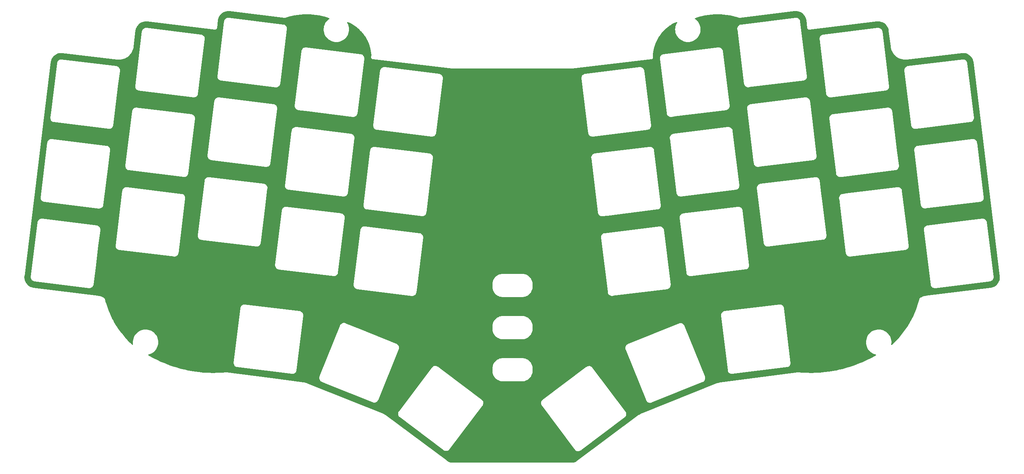
<source format=gbr>
%TF.GenerationSoftware,KiCad,Pcbnew,7.0.10-7.0.10~ubuntu22.04.1*%
%TF.CreationDate,2024-01-12T22:59:21+01:00*%
%TF.ProjectId,plate,706c6174-652e-46b6-9963-61645f706362,rev?*%
%TF.SameCoordinates,Original*%
%TF.FileFunction,Copper,L1,Top*%
%TF.FilePolarity,Positive*%
%FSLAX46Y46*%
G04 Gerber Fmt 4.6, Leading zero omitted, Abs format (unit mm)*
G04 Created by KiCad (PCBNEW 7.0.10-7.0.10~ubuntu22.04.1) date 2024-01-12 22:59:21*
%MOMM*%
%LPD*%
G01*
G04 APERTURE LIST*
G04 APERTURE END LIST*
%TA.AperFunction,NonConductor*%
G36*
X218213070Y-38635538D02*
G01*
X218227874Y-38637325D01*
X218509194Y-38688619D01*
X218523689Y-38692176D01*
X218575200Y-38708155D01*
X218796798Y-38776900D01*
X218810754Y-38782169D01*
X218810876Y-38782224D01*
X219071707Y-38899098D01*
X219084935Y-38906010D01*
X219329941Y-39053446D01*
X219342236Y-39061892D01*
X219567766Y-39237714D01*
X219578951Y-39247572D01*
X219579018Y-39247638D01*
X219781709Y-39449210D01*
X219791641Y-39460354D01*
X219916829Y-39619113D01*
X219947324Y-39657787D01*
X219968701Y-39684896D01*
X219977214Y-39697141D01*
X220110248Y-39915467D01*
X220126006Y-39941328D01*
X220132992Y-39954520D01*
X220251366Y-40214823D01*
X220256716Y-40228759D01*
X220342948Y-40501387D01*
X220346585Y-40515865D01*
X220399963Y-40799703D01*
X220401121Y-40807080D01*
X220626430Y-42590763D01*
X220626504Y-42591361D01*
X220635001Y-42661360D01*
X220635001Y-42661361D01*
X220635001Y-42661363D01*
X220635002Y-42661364D01*
X220642622Y-42679071D01*
X220646395Y-42687840D01*
X220652050Y-42703960D01*
X220659696Y-42731754D01*
X220673256Y-42753671D01*
X220681707Y-42769897D01*
X220691890Y-42793562D01*
X220691891Y-42793563D01*
X220691892Y-42793564D01*
X220710286Y-42815761D01*
X220720253Y-42829634D01*
X220735420Y-42854148D01*
X220735423Y-42854151D01*
X220754599Y-42871352D01*
X220767281Y-42884540D01*
X220783723Y-42904382D01*
X220807619Y-42920493D01*
X220821097Y-42931001D01*
X220837073Y-42945331D01*
X220842558Y-42950251D01*
X220865814Y-42961357D01*
X220881696Y-42970438D01*
X220887236Y-42974173D01*
X220899926Y-42982729D01*
X220903055Y-42984838D01*
X220903054Y-42984838D01*
X220903056Y-42984839D01*
X220930524Y-42993565D01*
X220946410Y-42999847D01*
X220972429Y-43012274D01*
X220997875Y-43016378D01*
X221015658Y-43020613D01*
X221040222Y-43028418D01*
X221040221Y-43028418D01*
X221041661Y-43028449D01*
X221069042Y-43029052D01*
X221086050Y-43030604D01*
X221114514Y-43035196D01*
X221114514Y-43035195D01*
X221114515Y-43035196D01*
X221123697Y-43034035D01*
X221184779Y-43026320D01*
X237076820Y-41097471D01*
X237076821Y-41097471D01*
X237094930Y-41095273D01*
X237094932Y-41095274D01*
X237156631Y-41087785D01*
X237164075Y-41087109D01*
X237453831Y-41069577D01*
X237468775Y-41069577D01*
X237754792Y-41086836D01*
X237769625Y-41088634D01*
X238051488Y-41140208D01*
X238065991Y-41143778D01*
X238339599Y-41228917D01*
X238353565Y-41234207D01*
X238614914Y-41351664D01*
X238628156Y-41358603D01*
X238732615Y-41421657D01*
X238873462Y-41506676D01*
X238885778Y-41515164D01*
X239111463Y-41691690D01*
X239122664Y-41701597D01*
X239325457Y-41904019D01*
X239335387Y-41915205D01*
X239512324Y-42140564D01*
X239520835Y-42152865D01*
X239669354Y-42397896D01*
X239676321Y-42411132D01*
X239794248Y-42672248D01*
X239799571Y-42686226D01*
X239885207Y-42959663D01*
X239888809Y-42974181D01*
X239941649Y-43260002D01*
X239942787Y-43267398D01*
X239951625Y-43339215D01*
X239951626Y-43339223D01*
X240405206Y-47024548D01*
X240405192Y-47024628D01*
X240432323Y-47245280D01*
X240432325Y-47245290D01*
X240507326Y-47580068D01*
X240614696Y-47905894D01*
X240753409Y-48219670D01*
X240922136Y-48518379D01*
X240922146Y-48518395D01*
X241084858Y-48750160D01*
X241119261Y-48799164D01*
X241342892Y-49059328D01*
X241590884Y-49296379D01*
X241590901Y-49296394D01*
X241860869Y-49508052D01*
X241860872Y-49508054D01*
X242150258Y-49692316D01*
X242425671Y-49831892D01*
X242456275Y-49847402D01*
X242775956Y-49971815D01*
X242775966Y-49971818D01*
X242775984Y-49971825D01*
X243106328Y-50064395D01*
X243444140Y-50124223D01*
X243786184Y-50150737D01*
X244129180Y-50143682D01*
X244290921Y-50124406D01*
X244290934Y-50124408D01*
X244290934Y-50124405D01*
X257253258Y-48581268D01*
X257260016Y-48580464D01*
X257267457Y-48579804D01*
X257556915Y-48562936D01*
X257571843Y-48562966D01*
X257857503Y-48580802D01*
X257872309Y-48582627D01*
X258153749Y-48634689D01*
X258168238Y-48638285D01*
X258441361Y-48723815D01*
X258455323Y-48729130D01*
X258610480Y-48799172D01*
X258708289Y-48843326D01*
X258716178Y-48846887D01*
X258729393Y-48853840D01*
X258974192Y-49002116D01*
X258986473Y-49010606D01*
X259081460Y-49085116D01*
X259211668Y-49187254D01*
X259222846Y-49197167D01*
X259425147Y-49399602D01*
X259435049Y-49410784D01*
X259602387Y-49624405D01*
X259611540Y-49636089D01*
X259620028Y-49648384D01*
X259768137Y-49893276D01*
X259775085Y-49906503D01*
X259892670Y-50167438D01*
X259897976Y-50181405D01*
X259983320Y-50454577D01*
X259986908Y-50469080D01*
X260039436Y-50754103D01*
X260040569Y-50761490D01*
X260048072Y-50822698D01*
X260048072Y-50822699D01*
X266257681Y-101482377D01*
X266257681Y-101482382D01*
X266261584Y-101514235D01*
X266262270Y-101521683D01*
X266280137Y-101811403D01*
X266280156Y-101826360D01*
X266263233Y-102112384D01*
X266261450Y-102127235D01*
X266210215Y-102409122D01*
X266206658Y-102423649D01*
X266121854Y-102697328D01*
X266116574Y-102711321D01*
X265999436Y-102972800D01*
X265992509Y-102986056D01*
X265844743Y-103231527D01*
X265836270Y-103243853D01*
X265660024Y-103469745D01*
X265650129Y-103480961D01*
X265447969Y-103683991D01*
X265436796Y-103693934D01*
X265211657Y-103871151D01*
X265199368Y-103879676D01*
X264954538Y-104028492D01*
X264941311Y-104035476D01*
X264680333Y-104153737D01*
X264666363Y-104159077D01*
X264393060Y-104245052D01*
X264378548Y-104248672D01*
X264093417Y-104301761D01*
X264086019Y-104302908D01*
X248816664Y-106201478D01*
X248809570Y-106202361D01*
X248809565Y-106202361D01*
X248809564Y-106202362D01*
X248792760Y-106204451D01*
X248770159Y-106207261D01*
X248769834Y-106207312D01*
X248660546Y-106220879D01*
X248660531Y-106220882D01*
X248366763Y-106283317D01*
X248079442Y-106370677D01*
X248079419Y-106370685D01*
X247800621Y-106482338D01*
X247532394Y-106617468D01*
X247406899Y-106694857D01*
X247405954Y-106695434D01*
X247351813Y-106728156D01*
X247350512Y-106729216D01*
X247349691Y-106729878D01*
X247348588Y-106730760D01*
X247348490Y-106730864D01*
X247304988Y-106776947D01*
X247304360Y-106777607D01*
X247281315Y-106801595D01*
X247260536Y-106823225D01*
X247259602Y-106824519D01*
X247258970Y-106825385D01*
X247258096Y-106826571D01*
X247227923Y-106882492D01*
X247227406Y-106883442D01*
X247196977Y-106938677D01*
X247196368Y-106940277D01*
X247195969Y-106941310D01*
X247195486Y-106942544D01*
X247181500Y-107001484D01*
X247180623Y-107004953D01*
X246958315Y-107834457D01*
X246956929Y-107839242D01*
X246701482Y-108659162D01*
X246699906Y-108663887D01*
X246411717Y-109472937D01*
X246409951Y-109477595D01*
X246089517Y-110274377D01*
X246087566Y-110278959D01*
X245735392Y-111062229D01*
X245733259Y-111066731D01*
X245349893Y-111835261D01*
X245347580Y-111839672D01*
X244933683Y-112592139D01*
X244931195Y-112596455D01*
X244487398Y-113331712D01*
X244484739Y-113335924D01*
X244011765Y-114052774D01*
X244008939Y-114056875D01*
X243507576Y-114754126D01*
X243504587Y-114758111D01*
X242975597Y-115434697D01*
X242972451Y-115438559D01*
X242416745Y-116093321D01*
X242413447Y-116097053D01*
X241831874Y-116728987D01*
X241828428Y-116732584D01*
X241221936Y-117340662D01*
X241218348Y-117344117D01*
X240730471Y-117795469D01*
X240667893Y-117826546D01*
X240598447Y-117818857D01*
X240544183Y-117774844D01*
X240522329Y-117708480D01*
X240524917Y-117678932D01*
X240528080Y-117663894D01*
X240559996Y-117323781D01*
X240553110Y-116982243D01*
X240507510Y-116643693D01*
X240423786Y-116312504D01*
X240303020Y-115992956D01*
X240146771Y-115689176D01*
X239957059Y-115405090D01*
X239736334Y-115144368D01*
X239666215Y-115078445D01*
X239487444Y-114910373D01*
X239213625Y-114706148D01*
X239213610Y-114706137D01*
X238918382Y-114534302D01*
X238918380Y-114534301D01*
X238605553Y-114397076D01*
X238605546Y-114397073D01*
X238279170Y-114296234D01*
X238279156Y-114296231D01*
X237943446Y-114233080D01*
X237602713Y-114208433D01*
X237261418Y-114222611D01*
X237261413Y-114222611D01*
X236923915Y-114275429D01*
X236594588Y-114366206D01*
X236277692Y-114493768D01*
X235977314Y-114656469D01*
X235977306Y-114656473D01*
X235697348Y-114852199D01*
X235441398Y-115078442D01*
X235441397Y-115078443D01*
X235212769Y-115332275D01*
X235212766Y-115332278D01*
X235014433Y-115610395D01*
X235014429Y-115610402D01*
X234848941Y-115909225D01*
X234848933Y-115909242D01*
X234718417Y-116224932D01*
X234718415Y-116224937D01*
X234624568Y-116553394D01*
X234624565Y-116553404D01*
X234568600Y-116890373D01*
X234568599Y-116890384D01*
X234551233Y-117231558D01*
X234551234Y-117231559D01*
X234572692Y-117572407D01*
X234572697Y-117572486D01*
X234632710Y-117908780D01*
X234730475Y-118236013D01*
X234730498Y-118236091D01*
X234730505Y-118236112D01*
X234864791Y-118550180D01*
X234864797Y-118550193D01*
X235033874Y-118847024D01*
X235235542Y-119122751D01*
X235444191Y-119348877D01*
X235467201Y-119373815D01*
X235476015Y-119381419D01*
X235725847Y-119596962D01*
X236008149Y-119789320D01*
X236008157Y-119789324D01*
X236310458Y-119948400D01*
X236628858Y-120072144D01*
X236628861Y-120072145D01*
X236687460Y-120087542D01*
X236840291Y-120127700D01*
X236900125Y-120163774D01*
X236930959Y-120226472D01*
X236923001Y-120295887D01*
X236878777Y-120349980D01*
X236871931Y-120354340D01*
X236673537Y-120471753D01*
X236669860Y-120473846D01*
X235750041Y-120976654D01*
X235746294Y-120978620D01*
X234809859Y-121449756D01*
X234806048Y-121451592D01*
X233854121Y-121890490D01*
X233850249Y-121892196D01*
X232883894Y-122298367D01*
X232879967Y-122299940D01*
X231900261Y-122672930D01*
X231896281Y-122674367D01*
X230904498Y-123013691D01*
X230900473Y-123014992D01*
X229897653Y-123320297D01*
X229893585Y-123321460D01*
X228880954Y-123592369D01*
X228876849Y-123593393D01*
X227855539Y-123829605D01*
X227851401Y-123830488D01*
X226822629Y-124031720D01*
X226818464Y-124032461D01*
X225783455Y-124198476D01*
X225779266Y-124199075D01*
X224739155Y-124329688D01*
X224734949Y-124330143D01*
X223691031Y-124425195D01*
X223686812Y-124425507D01*
X222640211Y-124484892D01*
X222635983Y-124485059D01*
X221588031Y-124508703D01*
X221583800Y-124508727D01*
X220535593Y-124496606D01*
X220531364Y-124496485D01*
X219484176Y-124448612D01*
X219479954Y-124448346D01*
X218493174Y-124369428D01*
X218466549Y-124364326D01*
X218463164Y-124363283D01*
X218463155Y-124363281D01*
X218417302Y-124362671D01*
X218406961Y-124362101D01*
X218367359Y-124358252D01*
X218313298Y-124367251D01*
X218308950Y-124367896D01*
X200161734Y-126730815D01*
X200161708Y-126730818D01*
X199987745Y-126753433D01*
X199987742Y-126753433D01*
X199987739Y-126753434D01*
X199702328Y-126815119D01*
X199702319Y-126815121D01*
X199702312Y-126815123D01*
X199423056Y-126900355D01*
X199423038Y-126900361D01*
X199291409Y-126952907D01*
X199291382Y-126952918D01*
X181417886Y-134083045D01*
X181417642Y-134083152D01*
X181369054Y-134102534D01*
X181312697Y-134125017D01*
X181312695Y-134125017D01*
X181312695Y-134125018D01*
X181312683Y-134125023D01*
X181039671Y-134262624D01*
X181039665Y-134262627D01*
X180779662Y-134423521D01*
X180682278Y-134496244D01*
X180682270Y-134496250D01*
X180665782Y-134508563D01*
X180665782Y-134508564D01*
X180657173Y-134514993D01*
X180657172Y-134514994D01*
X180605703Y-134553428D01*
X180605702Y-134553430D01*
X166174859Y-145330315D01*
X166169444Y-145334137D01*
X165955481Y-145476775D01*
X165944080Y-145483525D01*
X165719072Y-145600977D01*
X165707015Y-145606472D01*
X165470755Y-145699245D01*
X165458180Y-145703422D01*
X165213379Y-145770454D01*
X165200431Y-145773266D01*
X164949865Y-145813795D01*
X164936691Y-145815209D01*
X164679970Y-145828946D01*
X164673344Y-145829123D01*
X136653085Y-145829123D01*
X136646459Y-145828946D01*
X136389682Y-145815206D01*
X136376508Y-145813792D01*
X136125942Y-145773262D01*
X136112994Y-145770450D01*
X135868186Y-145703416D01*
X135855611Y-145699239D01*
X135619356Y-145606467D01*
X135607300Y-145600973D01*
X135382283Y-145483519D01*
X135370881Y-145476769D01*
X135313613Y-145438592D01*
X135156962Y-145334162D01*
X135151569Y-145330355D01*
X120669216Y-134515011D01*
X120639378Y-134492727D01*
X120546724Y-134423530D01*
X120546714Y-134423523D01*
X120335693Y-134292932D01*
X120286718Y-134262624D01*
X120286715Y-134262622D01*
X120286711Y-134262620D01*
X120286700Y-134262614D01*
X120138106Y-134187720D01*
X123632022Y-134187720D01*
X123641179Y-134362548D01*
X123641180Y-134362550D01*
X123680556Y-134533127D01*
X123680559Y-134533136D01*
X123748959Y-134694279D01*
X123748961Y-134694282D01*
X123748962Y-134694284D01*
X123844312Y-134841108D01*
X123963710Y-134969144D01*
X124005017Y-135000270D01*
X124005019Y-135000272D01*
X124005020Y-135000272D01*
X134444463Y-142866955D01*
X134444466Y-142866956D01*
X134448173Y-142869356D01*
X134448151Y-142869389D01*
X134458837Y-142876304D01*
X134484260Y-142895464D01*
X134640232Y-142974946D01*
X134807635Y-143026137D01*
X134981385Y-143047482D01*
X135156201Y-143038332D01*
X135326773Y-142998966D01*
X135487918Y-142930578D01*
X135634739Y-142835248D01*
X135762777Y-142715872D01*
X135776340Y-142697876D01*
X135787965Y-142684549D01*
X135795479Y-142677083D01*
X143636948Y-132271100D01*
X143640605Y-132266248D01*
X143640604Y-132266247D01*
X143668369Y-132229410D01*
X143668498Y-132229205D01*
X143693273Y-132196332D01*
X143772758Y-132040350D01*
X143823948Y-131872934D01*
X143839169Y-131748988D01*
X157511429Y-131748988D01*
X157532753Y-131922746D01*
X157583927Y-132090161D01*
X157663395Y-132246145D01*
X157663396Y-132246146D01*
X157669893Y-132254769D01*
X157669894Y-132254772D01*
X157692336Y-132284557D01*
X157692374Y-132284610D01*
X157704475Y-132300669D01*
X157704477Y-132300671D01*
X157760376Y-132374858D01*
X157760411Y-132374897D01*
X165495069Y-142639136D01*
X165495095Y-142639176D01*
X165509560Y-142658370D01*
X165509584Y-142658434D01*
X165539675Y-142698364D01*
X165539675Y-142698365D01*
X165592355Y-142768269D01*
X165720393Y-142887657D01*
X165867217Y-142982998D01*
X166028366Y-143051396D01*
X166198944Y-143090773D01*
X166373767Y-143099932D01*
X166547526Y-143078594D01*
X166714939Y-143027409D01*
X166870922Y-142947932D01*
X166940828Y-142895254D01*
X166993452Y-142855599D01*
X166993453Y-142855597D01*
X167001811Y-142849299D01*
X167001812Y-142849297D01*
X177351681Y-135050114D01*
X177351688Y-135050106D01*
X177355021Y-135047201D01*
X177355071Y-135047258D01*
X177364268Y-135039236D01*
X177390121Y-135019756D01*
X177414809Y-134993282D01*
X177509512Y-134891724D01*
X177509511Y-134891724D01*
X177509516Y-134891720D01*
X177604863Y-134744897D01*
X177673266Y-134583748D01*
X177712647Y-134413169D01*
X177721808Y-134238342D01*
X177700471Y-134064581D01*
X177649285Y-133897165D01*
X177569805Y-133741181D01*
X177556249Y-133723193D01*
X177546637Y-133708340D01*
X177541553Y-133699098D01*
X169741332Y-123347853D01*
X169741277Y-123347769D01*
X169727375Y-123329323D01*
X169727334Y-123329215D01*
X169696415Y-123288190D01*
X169696416Y-123288190D01*
X169643734Y-123218289D01*
X169515693Y-123098907D01*
X169515687Y-123098902D01*
X169368869Y-123003572D01*
X169207722Y-122935178D01*
X169037151Y-122895806D01*
X169037138Y-122895804D01*
X168885485Y-122887862D01*
X168862323Y-122886649D01*
X168862322Y-122886649D01*
X168862321Y-122886649D01*
X168688575Y-122907985D01*
X168688569Y-122907986D01*
X168688567Y-122907987D01*
X168617972Y-122929570D01*
X168521154Y-122959171D01*
X168365170Y-123038649D01*
X168326468Y-123067813D01*
X168326462Y-123067816D01*
X168326463Y-123067817D01*
X168323854Y-123069782D01*
X168323854Y-123069783D01*
X168295269Y-123091323D01*
X168295268Y-123091324D01*
X168239206Y-123133567D01*
X168239176Y-123133591D01*
X157881595Y-130938587D01*
X157880250Y-130939677D01*
X157843164Y-130967619D01*
X157843162Y-130967620D01*
X157723761Y-131095644D01*
X157628406Y-131242456D01*
X157559993Y-131403594D01*
X157559991Y-131403601D01*
X157520602Y-131574162D01*
X157520602Y-131574167D01*
X157511429Y-131748988D01*
X143839169Y-131748988D01*
X143845287Y-131699173D01*
X143836129Y-131524346D01*
X143835307Y-131520787D01*
X143821300Y-131460111D01*
X143796750Y-131353765D01*
X143728347Y-131192615D01*
X143632999Y-131045791D01*
X143513604Y-130917756D01*
X143472292Y-130886626D01*
X143472290Y-130886624D01*
X134534148Y-124151252D01*
X145999500Y-124151252D01*
X146035963Y-124451551D01*
X146056229Y-124533773D01*
X146108358Y-124745272D01*
X146215628Y-125028117D01*
X146356206Y-125295964D01*
X146356212Y-125295973D01*
X146528047Y-125544921D01*
X146528052Y-125544927D01*
X146728646Y-125771351D01*
X146728648Y-125771353D01*
X146955072Y-125971947D01*
X146955078Y-125971952D01*
X147126400Y-126090206D01*
X147199059Y-126140359D01*
X147204026Y-126143787D01*
X147204035Y-126143793D01*
X147471882Y-126284371D01*
X147754727Y-126391641D01*
X147754731Y-126391642D01*
X147754734Y-126391643D01*
X148048449Y-126464037D01*
X148299661Y-126494539D01*
X148348746Y-126500500D01*
X148348748Y-126500500D01*
X153151254Y-126500500D01*
X153196630Y-126494990D01*
X153451551Y-126464037D01*
X153745266Y-126391643D01*
X153745269Y-126391641D01*
X153745272Y-126391641D01*
X153848007Y-126352678D01*
X154028113Y-126284373D01*
X154295967Y-126143792D01*
X154544924Y-125971950D01*
X154771352Y-125771352D01*
X154971950Y-125544924D01*
X155143792Y-125295967D01*
X155284373Y-125028113D01*
X155366831Y-124810691D01*
X155391641Y-124745272D01*
X155391641Y-124745269D01*
X155391643Y-124745266D01*
X155464037Y-124451551D01*
X155500500Y-124151252D01*
X155500500Y-124000000D01*
X155500500Y-123934108D01*
X155500500Y-123464201D01*
X155500500Y-123348748D01*
X155499541Y-123340852D01*
X155483482Y-123208596D01*
X155464037Y-123048449D01*
X155391643Y-122754734D01*
X155391642Y-122754731D01*
X155391641Y-122754727D01*
X155284371Y-122471882D01*
X155143793Y-122204035D01*
X155143787Y-122204026D01*
X154971952Y-121955078D01*
X154971947Y-121955072D01*
X154771353Y-121728648D01*
X154771351Y-121728646D01*
X154544927Y-121528052D01*
X154544921Y-121528047D01*
X154295973Y-121356212D01*
X154295964Y-121356206D01*
X154028117Y-121215628D01*
X153745272Y-121108358D01*
X153629820Y-121079902D01*
X153451551Y-121035963D01*
X153271371Y-121014085D01*
X153151254Y-120999500D01*
X153151252Y-120999500D01*
X153035799Y-120999500D01*
X148565892Y-120999500D01*
X148500000Y-120999500D01*
X148348748Y-120999500D01*
X148348746Y-120999500D01*
X148198598Y-121017731D01*
X148048449Y-121035963D01*
X147929602Y-121065255D01*
X147754727Y-121108358D01*
X147471882Y-121215628D01*
X147204035Y-121356206D01*
X147204026Y-121356212D01*
X146955078Y-121528047D01*
X146955072Y-121528052D01*
X146728648Y-121728646D01*
X146728646Y-121728648D01*
X146528052Y-121955072D01*
X146528047Y-121955078D01*
X146356212Y-122204026D01*
X146356206Y-122204035D01*
X146215628Y-122471882D01*
X146108358Y-122754727D01*
X146071464Y-122904414D01*
X146035963Y-123048449D01*
X146030757Y-123091322D01*
X146000459Y-123340852D01*
X145999500Y-123348748D01*
X145999500Y-123464201D01*
X145999500Y-123934108D01*
X145999500Y-124000000D01*
X145999500Y-124151252D01*
X134534148Y-124151252D01*
X133071552Y-123049107D01*
X133071550Y-123049104D01*
X133045347Y-123029357D01*
X133045332Y-123029349D01*
X133032847Y-123019941D01*
X133032845Y-123019940D01*
X133029546Y-123017454D01*
X133028995Y-123017068D01*
X132991547Y-122988845D01*
X132991537Y-122988839D01*
X132835559Y-122909355D01*
X132835552Y-122909352D01*
X132668148Y-122858164D01*
X132668140Y-122858162D01*
X132494383Y-122836821D01*
X132319560Y-122845977D01*
X132148972Y-122885355D01*
X132148971Y-122885355D01*
X131987828Y-122953754D01*
X131987828Y-122953755D01*
X131841002Y-123049102D01*
X131841001Y-123049102D01*
X131712964Y-123168499D01*
X131682748Y-123208596D01*
X131682745Y-123208599D01*
X131681836Y-123209807D01*
X131681831Y-123209813D01*
X128141010Y-127908642D01*
X123812755Y-133652431D01*
X123812478Y-133652825D01*
X123784049Y-133690548D01*
X123784040Y-133690563D01*
X123704556Y-133846540D01*
X123704553Y-133846547D01*
X123653364Y-134013953D01*
X123653362Y-134013962D01*
X123632022Y-134187720D01*
X120138106Y-134187720D01*
X120013679Y-134125007D01*
X120013674Y-134125004D01*
X119958854Y-134103136D01*
X119916665Y-134086307D01*
X119904939Y-134081629D01*
X112098873Y-130967619D01*
X102108620Y-126982289D01*
X102108600Y-126982279D01*
X102084908Y-126972828D01*
X102051196Y-126959381D01*
X101903307Y-126900353D01*
X101624036Y-126815126D01*
X101338629Y-126753445D01*
X101197499Y-126735098D01*
X101197492Y-126735095D01*
X101197483Y-126735095D01*
X101193863Y-126734624D01*
X101193861Y-126734623D01*
X101193858Y-126734624D01*
X101164604Y-126730815D01*
X101128516Y-126726116D01*
X101128514Y-126726116D01*
X93634681Y-125750355D01*
X104923357Y-125750355D01*
X104947718Y-125923700D01*
X104947720Y-125923710D01*
X105001816Y-126090208D01*
X105083996Y-126244773D01*
X105084001Y-126244781D01*
X105191775Y-126382731D01*
X105201673Y-126391643D01*
X105321872Y-126499874D01*
X105321874Y-126499875D01*
X105321875Y-126499876D01*
X105470330Y-126592644D01*
X105470334Y-126592646D01*
X105513793Y-126610205D01*
X105513818Y-126610216D01*
X105518287Y-126612022D01*
X105518294Y-126612025D01*
X105623639Y-126654589D01*
X105623661Y-126654596D01*
X106434705Y-126982279D01*
X117638081Y-131508737D01*
X117638088Y-131508738D01*
X117642293Y-131510098D01*
X117642264Y-131510187D01*
X117653635Y-131513859D01*
X117683923Y-131526095D01*
X117683926Y-131526095D01*
X117683927Y-131526096D01*
X117722702Y-131534334D01*
X117855164Y-131562481D01*
X118030122Y-131568580D01*
X118203481Y-131544206D01*
X118369975Y-131490100D01*
X118524544Y-131407906D01*
X118662493Y-131300121D01*
X118779630Y-131170020D01*
X118872397Y-131021556D01*
X118880829Y-131000681D01*
X118888609Y-130984793D01*
X118893919Y-130975665D01*
X123757848Y-118937016D01*
X123757916Y-118936930D01*
X123777242Y-118889095D01*
X123777244Y-118889096D01*
X123810036Y-118807934D01*
X123846435Y-118636687D01*
X123850792Y-118511886D01*
X177504447Y-118511886D01*
X177510565Y-118686850D01*
X177546974Y-118858091D01*
X177546975Y-118858095D01*
X177555069Y-118878124D01*
X177555069Y-118878128D01*
X177582605Y-118946269D01*
X177582608Y-118946276D01*
X182422588Y-130925648D01*
X182422603Y-130925692D01*
X182431483Y-130947667D01*
X182431483Y-130947676D01*
X182482440Y-131073786D01*
X182575213Y-131222245D01*
X182575217Y-131222250D01*
X182692353Y-131352337D01*
X182692355Y-131352339D01*
X182830306Y-131460115D01*
X182984876Y-131542300D01*
X183151368Y-131596397D01*
X183151372Y-131596397D01*
X183151374Y-131596398D01*
X183324717Y-131620761D01*
X183324717Y-131620760D01*
X183324725Y-131620762D01*
X183499679Y-131614655D01*
X183670915Y-131578262D01*
X183712588Y-131561424D01*
X183712627Y-131561411D01*
X183718889Y-131558880D01*
X183718894Y-131558880D01*
X183752073Y-131545475D01*
X183813168Y-131520794D01*
X183813171Y-131520791D01*
X183821123Y-131517579D01*
X183821151Y-131517564D01*
X195838669Y-126662173D01*
X195838680Y-126662166D01*
X195842656Y-126660221D01*
X195842678Y-126660266D01*
X195853960Y-126654741D01*
X195854319Y-126654596D01*
X195883622Y-126642758D01*
X196032082Y-126549996D01*
X196127556Y-126464037D01*
X196162177Y-126432867D01*
X196162179Y-126432865D01*
X196269961Y-126294922D01*
X196352153Y-126140359D01*
X196406257Y-125973872D01*
X196430630Y-125800520D01*
X196424531Y-125625568D01*
X196393165Y-125477958D01*
X196388146Y-125454338D01*
X196388145Y-125454337D01*
X196388145Y-125454334D01*
X196379708Y-125433447D01*
X196374272Y-125416624D01*
X196373499Y-125413482D01*
X196371741Y-125406335D01*
X191475034Y-113286560D01*
X191475033Y-113286559D01*
X191473461Y-113282667D01*
X191473250Y-113282195D01*
X191455655Y-113238635D01*
X191362892Y-113090160D01*
X191245754Y-112960050D01*
X191181557Y-112909890D01*
X191107806Y-112852264D01*
X191107801Y-112852261D01*
X191107800Y-112852260D01*
X190953224Y-112770064D01*
X190953223Y-112770063D01*
X190953222Y-112770063D01*
X190786724Y-112715962D01*
X190786718Y-112715960D01*
X190613366Y-112691597D01*
X190613359Y-112691596D01*
X190613355Y-112691596D01*
X190613350Y-112691596D01*
X190613348Y-112691596D01*
X190438394Y-112697707D01*
X190267141Y-112734113D01*
X190185989Y-112766904D01*
X190185985Y-112766906D01*
X178195495Y-117611377D01*
X178195484Y-117611382D01*
X178180035Y-117617623D01*
X178179911Y-117617635D01*
X178051430Y-117669545D01*
X177902964Y-117762319D01*
X177772866Y-117879466D01*
X177665083Y-118017431D01*
X177665081Y-118017433D01*
X177582897Y-118172013D01*
X177582896Y-118172016D01*
X177528803Y-118338520D01*
X177528802Y-118338526D01*
X177504447Y-118511886D01*
X123850792Y-118511886D01*
X123852543Y-118461721D01*
X123828174Y-118288353D01*
X123774069Y-118121851D01*
X123691871Y-117967274D01*
X123584080Y-117829320D01*
X123453970Y-117712180D01*
X123354986Y-117650336D01*
X123305493Y-117619414D01*
X123305489Y-117619412D01*
X123229001Y-117588514D01*
X123229001Y-117588513D01*
X123228994Y-117588512D01*
X114721481Y-114151254D01*
X145999500Y-114151254D01*
X146008165Y-114222612D01*
X146035963Y-114451551D01*
X146056370Y-114534346D01*
X146108358Y-114745272D01*
X146215628Y-115028117D01*
X146356206Y-115295964D01*
X146356212Y-115295973D01*
X146528047Y-115544921D01*
X146528052Y-115544927D01*
X146728646Y-115771351D01*
X146728648Y-115771353D01*
X146955072Y-115971947D01*
X146955078Y-115971952D01*
X147204026Y-116143787D01*
X147204035Y-116143793D01*
X147471882Y-116284371D01*
X147754727Y-116391641D01*
X147754731Y-116391642D01*
X147754734Y-116391643D01*
X148048449Y-116464037D01*
X148299661Y-116494539D01*
X148348746Y-116500500D01*
X148348748Y-116500500D01*
X153151254Y-116500500D01*
X153196630Y-116494990D01*
X153451551Y-116464037D01*
X153745266Y-116391643D01*
X153745269Y-116391641D01*
X153745272Y-116391641D01*
X153953824Y-116312547D01*
X154028113Y-116284373D01*
X154295967Y-116143792D01*
X154544924Y-115971950D01*
X154771352Y-115771352D01*
X154971950Y-115544924D01*
X155143792Y-115295967D01*
X155284373Y-115028113D01*
X155386772Y-114758111D01*
X155391641Y-114745272D01*
X155391641Y-114745269D01*
X155391643Y-114745266D01*
X155464037Y-114451551D01*
X155500500Y-114151252D01*
X155500500Y-114000000D01*
X155500500Y-113934108D01*
X155500500Y-113464201D01*
X155500500Y-113348748D01*
X155498431Y-113331712D01*
X155488924Y-113253410D01*
X155464037Y-113048449D01*
X155391643Y-112754734D01*
X155391642Y-112754731D01*
X155391641Y-112754727D01*
X155284371Y-112471882D01*
X155143793Y-112204035D01*
X155143787Y-112204026D01*
X154971952Y-111955078D01*
X154971947Y-111955072D01*
X154771353Y-111728648D01*
X154771351Y-111728646D01*
X154544927Y-111528052D01*
X154544921Y-111528047D01*
X154295973Y-111356212D01*
X154295964Y-111356206D01*
X154028117Y-111215628D01*
X153745272Y-111108358D01*
X153629820Y-111079902D01*
X153451551Y-111035963D01*
X153262706Y-111013033D01*
X153151254Y-110999500D01*
X153151252Y-110999500D01*
X153035799Y-110999500D01*
X148565892Y-110999500D01*
X148500000Y-110999500D01*
X148348748Y-110999500D01*
X148348746Y-110999500D01*
X148198598Y-111017731D01*
X148048449Y-111035963D01*
X147941883Y-111062229D01*
X147754727Y-111108358D01*
X147471882Y-111215628D01*
X147204035Y-111356206D01*
X147204026Y-111356212D01*
X146955078Y-111528047D01*
X146955072Y-111528052D01*
X146728648Y-111728646D01*
X146728646Y-111728648D01*
X146528052Y-111955072D01*
X146528047Y-111955078D01*
X146356212Y-112204026D01*
X146356206Y-112204035D01*
X146215628Y-112471882D01*
X146108358Y-112754727D01*
X146084319Y-112852260D01*
X146035963Y-113048449D01*
X146030898Y-113090162D01*
X145999500Y-113348745D01*
X145999500Y-114151254D01*
X114721481Y-114151254D01*
X111238596Y-112744077D01*
X111238536Y-112744048D01*
X111219312Y-112736283D01*
X111219231Y-112736219D01*
X111170964Y-112716720D01*
X111170965Y-112716720D01*
X111116144Y-112694573D01*
X111089802Y-112683932D01*
X110918569Y-112647542D01*
X110918562Y-112647541D01*
X110743602Y-112641437D01*
X110743601Y-112641437D01*
X110570237Y-112665808D01*
X110403750Y-112719908D01*
X110249168Y-112802107D01*
X110111223Y-112909887D01*
X109994081Y-113039993D01*
X109901313Y-113188462D01*
X109875076Y-113253408D01*
X109875075Y-113253410D01*
X105024257Y-125259603D01*
X105024254Y-125259611D01*
X105009566Y-125295966D01*
X104983660Y-125360085D01*
X104983531Y-125360440D01*
X104965868Y-125404156D01*
X104965868Y-125404158D01*
X104929470Y-125575386D01*
X104929468Y-125575402D01*
X104923357Y-125750355D01*
X93634681Y-125750355D01*
X83017428Y-124367898D01*
X83013080Y-124367253D01*
X82959011Y-124358253D01*
X82919408Y-124362102D01*
X82909068Y-124362672D01*
X82863208Y-124363282D01*
X82859754Y-124364347D01*
X82833132Y-124369448D01*
X81846417Y-124448360D01*
X81842195Y-124448626D01*
X80795007Y-124496498D01*
X80790778Y-124496619D01*
X79742570Y-124508739D01*
X79738339Y-124508715D01*
X78690388Y-124485070D01*
X78686160Y-124484903D01*
X77639558Y-124425517D01*
X77635339Y-124425205D01*
X76794132Y-124348610D01*
X76591417Y-124330152D01*
X76587219Y-124329698D01*
X76495803Y-124318218D01*
X75547108Y-124199083D01*
X75542919Y-124198484D01*
X74507902Y-124032467D01*
X74503737Y-124031726D01*
X73474969Y-123830494D01*
X73470831Y-123829611D01*
X72449521Y-123593398D01*
X72445416Y-123592374D01*
X71534770Y-123348748D01*
X71432771Y-123321460D01*
X71428727Y-123320304D01*
X71061805Y-123208596D01*
X70425907Y-123014999D01*
X70421881Y-123013698D01*
X69430079Y-122674366D01*
X69426100Y-122672929D01*
X68446405Y-122299942D01*
X68442478Y-122298369D01*
X68025130Y-122122952D01*
X84656846Y-122122952D01*
X84665994Y-122297787D01*
X84705366Y-122468379D01*
X84773762Y-122629534D01*
X84773764Y-122629537D01*
X84773765Y-122629539D01*
X84802425Y-122673674D01*
X84869113Y-122776373D01*
X84922555Y-122833684D01*
X84988510Y-122904413D01*
X85128331Y-123009775D01*
X85128333Y-123009776D01*
X85128336Y-123009778D01*
X85282848Y-123088501D01*
X85284324Y-123089253D01*
X85451750Y-123140433D01*
X85513854Y-123148054D01*
X85513861Y-123148057D01*
X85513862Y-123148055D01*
X98477237Y-124739758D01*
X98477248Y-124739757D01*
X98481654Y-124739982D01*
X98481649Y-124740066D01*
X98493724Y-124740678D01*
X98526002Y-124744640D01*
X98700824Y-124735469D01*
X98871398Y-124696082D01*
X99032541Y-124627674D01*
X99179358Y-124532324D01*
X99307388Y-124412929D01*
X99341321Y-124367898D01*
X99412737Y-124273125D01*
X99412739Y-124273120D01*
X99412742Y-124273117D01*
X99492218Y-124117135D01*
X99543401Y-123949722D01*
X99546145Y-123927363D01*
X99549548Y-123910009D01*
X99552315Y-123899815D01*
X101131918Y-111034974D01*
X101131940Y-111034863D01*
X101134610Y-111013101D01*
X101134639Y-111013033D01*
X101141006Y-110961134D01*
X101151663Y-110874267D01*
X200185218Y-110874267D01*
X200189075Y-110905701D01*
X200189075Y-110905702D01*
X200191057Y-110921858D01*
X200191064Y-110921933D01*
X200194908Y-110953242D01*
X200194909Y-110953253D01*
X200204839Y-111034197D01*
X200204861Y-111034312D01*
X201785056Y-123903969D01*
X201785094Y-123904209D01*
X201790850Y-123951119D01*
X201790851Y-123951126D01*
X201842024Y-124118549D01*
X201921498Y-124274544D01*
X201921500Y-124274547D01*
X202026857Y-124414371D01*
X202154895Y-124533774D01*
X202299482Y-124627671D01*
X202301726Y-124629128D01*
X202458469Y-124695659D01*
X202462882Y-124697532D01*
X202633470Y-124736910D01*
X202633468Y-124736910D01*
X202651776Y-124737868D01*
X202808304Y-124746064D01*
X202890125Y-124736012D01*
X202890130Y-124736013D01*
X202890130Y-124736012D01*
X202894561Y-124735468D01*
X215833789Y-123146731D01*
X215833799Y-123146728D01*
X215838132Y-123145879D01*
X215838151Y-123145978D01*
X215849757Y-123143702D01*
X215882313Y-123139702D01*
X216049725Y-123088503D01*
X216205702Y-123009012D01*
X216279021Y-122953754D01*
X216345503Y-122903649D01*
X216345503Y-122903648D01*
X216345508Y-122903645D01*
X216464893Y-122775602D01*
X216560232Y-122628774D01*
X216628627Y-122467623D01*
X216668001Y-122297043D01*
X216677157Y-122122217D01*
X216674412Y-122099876D01*
X216673514Y-122082202D01*
X216673531Y-122081369D01*
X216673732Y-122071653D01*
X215094121Y-109206759D01*
X215094117Y-109206673D01*
X215091241Y-109183265D01*
X215091248Y-109183219D01*
X215085074Y-109132975D01*
X215085076Y-109132975D01*
X215074402Y-109046100D01*
X215023209Y-108878698D01*
X215023208Y-108878696D01*
X215023204Y-108878686D01*
X214943732Y-108722736D01*
X214943723Y-108722722D01*
X214838370Y-108582925D01*
X214710339Y-108463539D01*
X214563525Y-108368197D01*
X214402389Y-108299798D01*
X214402386Y-108299797D01*
X214231819Y-108260413D01*
X214231820Y-108260413D01*
X214144410Y-108255828D01*
X214057003Y-108251243D01*
X214057002Y-108251243D01*
X214057001Y-108251243D01*
X214056999Y-108251243D01*
X214009400Y-108257084D01*
X214009353Y-108257088D01*
X213969391Y-108261995D01*
X213969385Y-108261996D01*
X213896807Y-108270902D01*
X213896735Y-108270916D01*
X201028104Y-109850985D01*
X201026112Y-109851301D01*
X200980159Y-109856941D01*
X200980154Y-109856942D01*
X200812755Y-109908109D01*
X200812752Y-109908110D01*
X200656765Y-109987576D01*
X200516950Y-110092919D01*
X200397552Y-110220939D01*
X200302202Y-110367741D01*
X200302201Y-110367744D01*
X200233789Y-110528878D01*
X200233788Y-110528880D01*
X200233786Y-110528885D01*
X200194394Y-110699440D01*
X200194394Y-110699444D01*
X200185218Y-110874263D01*
X200185218Y-110874267D01*
X101151663Y-110874267D01*
X101151664Y-110874257D01*
X101142488Y-110699442D01*
X101103097Y-110528876D01*
X101103095Y-110528873D01*
X101103095Y-110528870D01*
X101034690Y-110367739D01*
X100977031Y-110278959D01*
X100939343Y-110220929D01*
X100819954Y-110092903D01*
X100735429Y-110029208D01*
X100680147Y-109987549D01*
X100578797Y-109935906D01*
X100524176Y-109908074D01*
X100524173Y-109908073D01*
X100356767Y-109856884D01*
X100308153Y-109850911D01*
X100308135Y-109850908D01*
X100308135Y-109850909D01*
X100268212Y-109846007D01*
X100268212Y-109846006D01*
X100268205Y-109846006D01*
X100198577Y-109837452D01*
X100198514Y-109837448D01*
X87376663Y-108263124D01*
X87376663Y-108263123D01*
X87376656Y-108263123D01*
X87363036Y-108261450D01*
X87363013Y-108261446D01*
X87328012Y-108257150D01*
X87325739Y-108256952D01*
X87279918Y-108251323D01*
X87279913Y-108251323D01*
X87279912Y-108251323D01*
X87232467Y-108253806D01*
X87105100Y-108260472D01*
X86934521Y-108299841D01*
X86773385Y-108368225D01*
X86626560Y-108463558D01*
X86498525Y-108582932D01*
X86498524Y-108582933D01*
X86393167Y-108722720D01*
X86393160Y-108722730D01*
X86313675Y-108878691D01*
X86313671Y-108878700D01*
X86262478Y-109046090D01*
X86262475Y-109046103D01*
X86256601Y-109093901D01*
X86256578Y-109094052D01*
X86251803Y-109132953D01*
X86251801Y-109132969D01*
X86242838Y-109205896D01*
X86242832Y-109206007D01*
X84662625Y-122075764D01*
X84662574Y-122076345D01*
X84656846Y-122122952D01*
X68025130Y-122122952D01*
X67476122Y-121892197D01*
X67472250Y-121890491D01*
X66520323Y-121451591D01*
X66516512Y-121449755D01*
X65580077Y-120978619D01*
X65576330Y-120976653D01*
X64656511Y-120473844D01*
X64652834Y-120471751D01*
X64454382Y-120354304D01*
X64406714Y-120303221D01*
X64394232Y-120234475D01*
X64420897Y-120169894D01*
X64478245Y-120129981D01*
X64486011Y-120127666D01*
X64697505Y-120072089D01*
X65015903Y-119948336D01*
X65318202Y-119789251D01*
X65600494Y-119596889D01*
X65859134Y-119373735D01*
X66090780Y-119122673D01*
X66292438Y-118846945D01*
X66339758Y-118763866D01*
X66461497Y-118550129D01*
X66461500Y-118550123D01*
X66461500Y-118550122D01*
X66461505Y-118550114D01*
X66595795Y-118236014D01*
X66693574Y-117908705D01*
X66753579Y-117572414D01*
X66775033Y-117231486D01*
X66757661Y-116890326D01*
X66701686Y-116553340D01*
X66607831Y-116224884D01*
X66477310Y-115909200D01*
X66311808Y-115610367D01*
X66113464Y-115332245D01*
X66068321Y-115282128D01*
X65944234Y-115144367D01*
X65884840Y-115078428D01*
X65628890Y-114852194D01*
X65348920Y-114656467D01*
X65048547Y-114493776D01*
X65048545Y-114493775D01*
X64731654Y-114366221D01*
X64402327Y-114275450D01*
X64402329Y-114275450D01*
X64064837Y-114222640D01*
X64064824Y-114222639D01*
X63723536Y-114208467D01*
X63382809Y-114233119D01*
X63047107Y-114296273D01*
X63047096Y-114296276D01*
X62720719Y-114397120D01*
X62407904Y-114534346D01*
X62407892Y-114534353D01*
X62112677Y-114706186D01*
X62112654Y-114706201D01*
X61838845Y-114910425D01*
X61589965Y-115144415D01*
X61589961Y-115144419D01*
X61369240Y-115405144D01*
X61179541Y-115689217D01*
X61023298Y-115992996D01*
X61023291Y-115993012D01*
X60902535Y-116312545D01*
X60818818Y-116643719D01*
X60818816Y-116643727D01*
X60773220Y-116982284D01*
X60766337Y-117323815D01*
X60798255Y-117663905D01*
X60798258Y-117663928D01*
X60801397Y-117678850D01*
X60795932Y-117748506D01*
X60753675Y-117804149D01*
X60688044Y-117828113D01*
X60619875Y-117812790D01*
X60595844Y-117795393D01*
X60108020Y-117344090D01*
X60104433Y-117340635D01*
X59497953Y-116732572D01*
X59494507Y-116728975D01*
X59111262Y-116312545D01*
X58912932Y-116097041D01*
X58909659Y-116093339D01*
X58353915Y-115438534D01*
X58350769Y-115434672D01*
X57821804Y-114758118D01*
X57818815Y-114754133D01*
X57317439Y-114056867D01*
X57314613Y-114052766D01*
X56841638Y-113335918D01*
X56838979Y-113331706D01*
X56809379Y-113282667D01*
X56395177Y-112596441D01*
X56392711Y-112592163D01*
X55978789Y-111839655D01*
X55976478Y-111835246D01*
X55593108Y-111066710D01*
X55590990Y-111062242D01*
X55238807Y-110278957D01*
X55236856Y-110274374D01*
X55163876Y-110092905D01*
X54916418Y-109477583D01*
X54914656Y-109472935D01*
X54891274Y-109407293D01*
X54626451Y-108663845D01*
X54624902Y-108659200D01*
X54369443Y-107839244D01*
X54368058Y-107834463D01*
X54266463Y-107455382D01*
X54145697Y-107004770D01*
X54144852Y-107001425D01*
X54130908Y-106942664D01*
X54130906Y-106942660D01*
X54130874Y-106942525D01*
X54130307Y-106941074D01*
X54129902Y-106940024D01*
X54129380Y-106938653D01*
X54098838Y-106883219D01*
X54098317Y-106882262D01*
X54068263Y-106826561D01*
X54067345Y-106825314D01*
X54066698Y-106824428D01*
X54065819Y-106823212D01*
X54065724Y-106823113D01*
X54065723Y-106823111D01*
X54021949Y-106777547D01*
X54021246Y-106776808D01*
X53977874Y-106730864D01*
X53977866Y-106730855D01*
X53977864Y-106730853D01*
X53977768Y-106730752D01*
X53976570Y-106729794D01*
X53975714Y-106729102D01*
X53974550Y-106728154D01*
X53920330Y-106695384D01*
X53919386Y-106694808D01*
X53793959Y-106617465D01*
X53525751Y-106482349D01*
X53525750Y-106482348D01*
X53525745Y-106482346D01*
X53246947Y-106370690D01*
X53246944Y-106370689D01*
X53246939Y-106370687D01*
X52959625Y-106283321D01*
X52959618Y-106283319D01*
X52665857Y-106220872D01*
X52665859Y-106220872D01*
X52522928Y-106203121D01*
X52522928Y-106203119D01*
X52522907Y-106203118D01*
X52447664Y-106193760D01*
X52447611Y-106193755D01*
X52408419Y-106188882D01*
X52385923Y-106186085D01*
X37240598Y-104302935D01*
X37233199Y-104301788D01*
X36947831Y-104248652D01*
X36933319Y-104245032D01*
X36660018Y-104159055D01*
X36646048Y-104153715D01*
X36385077Y-104035455D01*
X36371851Y-104028471D01*
X36127024Y-103879655D01*
X36114734Y-103871129D01*
X35889602Y-103693915D01*
X35878429Y-103683972D01*
X35676271Y-103480942D01*
X35666377Y-103469727D01*
X35662066Y-103464201D01*
X35490131Y-103243831D01*
X35481666Y-103231517D01*
X35333898Y-102986041D01*
X35326972Y-102972786D01*
X35209836Y-102711311D01*
X35204556Y-102697318D01*
X35171681Y-102591225D01*
X35119751Y-102423635D01*
X35116198Y-102409122D01*
X35064961Y-102127218D01*
X35063181Y-102112394D01*
X35046257Y-101826356D01*
X35046276Y-101811405D01*
X35046276Y-101811403D01*
X35049088Y-101765812D01*
X36558309Y-101765812D01*
X36567465Y-101940636D01*
X36567466Y-101940641D01*
X36606841Y-102111216D01*
X36606842Y-102111219D01*
X36675235Y-102272359D01*
X36675239Y-102272368D01*
X36770574Y-102419180D01*
X36770578Y-102419184D01*
X36770580Y-102419187D01*
X36889969Y-102547224D01*
X36889972Y-102547226D01*
X37028757Y-102651814D01*
X37029778Y-102652583D01*
X37185758Y-102732064D01*
X37353170Y-102783252D01*
X37400760Y-102789096D01*
X37400783Y-102789100D01*
X37404526Y-102789559D01*
X37404528Y-102789560D01*
X37455974Y-102795876D01*
X37455973Y-102795877D01*
X37455978Y-102795876D01*
X37505450Y-102801953D01*
X37505450Y-102801952D01*
X37515286Y-102803161D01*
X37515308Y-102803161D01*
X50378692Y-104382587D01*
X50378704Y-104382586D01*
X50383113Y-104382811D01*
X50383110Y-104382860D01*
X50395696Y-104383498D01*
X50427422Y-104387396D01*
X50602239Y-104378240D01*
X50772810Y-104338867D01*
X50933954Y-104270474D01*
X51080773Y-104175138D01*
X51208808Y-104055757D01*
X51314168Y-103915957D01*
X51393653Y-103759985D01*
X51440243Y-103607637D01*
X113099539Y-103607637D01*
X113101416Y-103643402D01*
X113108714Y-103782452D01*
X113148104Y-103953019D01*
X113148105Y-103953022D01*
X113216507Y-104114148D01*
X113216514Y-104114161D01*
X113311851Y-104260958D01*
X113311860Y-104260970D01*
X113431238Y-104388986D01*
X113431246Y-104388993D01*
X113571045Y-104494342D01*
X113571061Y-104494352D01*
X113725587Y-104573091D01*
X113727024Y-104573823D01*
X113894428Y-104625011D01*
X113941516Y-104630795D01*
X113941582Y-104630806D01*
X113982940Y-104635884D01*
X113982948Y-104635885D01*
X114056942Y-104644975D01*
X114057001Y-104644976D01*
X126919965Y-106224351D01*
X126919976Y-106224350D01*
X126924384Y-106224575D01*
X126924381Y-106224626D01*
X126936930Y-106225263D01*
X126968667Y-106229163D01*
X127143494Y-106220015D01*
X127314075Y-106180646D01*
X127475228Y-106112253D01*
X127622055Y-106016913D01*
X127750096Y-105897525D01*
X127785842Y-105850091D01*
X127855451Y-105757725D01*
X127855453Y-105757721D01*
X127855458Y-105757715D01*
X127934941Y-105601733D01*
X127986128Y-105434318D01*
X127988872Y-105411966D01*
X127992273Y-105394610D01*
X127995043Y-105384408D01*
X128146455Y-104151254D01*
X145999500Y-104151254D01*
X146011329Y-104248672D01*
X146035963Y-104451551D01*
X146065920Y-104573091D01*
X146108358Y-104745272D01*
X146215628Y-105028117D01*
X146356206Y-105295964D01*
X146356212Y-105295973D01*
X146528047Y-105544921D01*
X146528052Y-105544927D01*
X146728646Y-105771351D01*
X146728648Y-105771353D01*
X146955072Y-105971947D01*
X146955078Y-105971952D01*
X147204026Y-106143787D01*
X147204035Y-106143793D01*
X147471882Y-106284371D01*
X147754727Y-106391641D01*
X147754731Y-106391642D01*
X147754734Y-106391643D01*
X148048449Y-106464037D01*
X148299661Y-106494539D01*
X148348746Y-106500500D01*
X148348748Y-106500500D01*
X153151254Y-106500500D01*
X153196630Y-106494990D01*
X153451551Y-106464037D01*
X153745266Y-106391643D01*
X153745269Y-106391641D01*
X153745272Y-106391641D01*
X153848007Y-106352678D01*
X154028113Y-106284373D01*
X154030118Y-106283321D01*
X154130464Y-106230655D01*
X154295967Y-106143792D01*
X154544924Y-105971950D01*
X154771352Y-105771352D01*
X154783425Y-105757725D01*
X154921617Y-105601738D01*
X154971950Y-105544924D01*
X155143792Y-105295967D01*
X155284373Y-105028113D01*
X155391643Y-104745266D01*
X155464037Y-104451551D01*
X155499823Y-104156828D01*
X155500500Y-104151254D01*
X155500500Y-103348745D01*
X155487761Y-103243837D01*
X155464037Y-103048449D01*
X155391643Y-102754734D01*
X155391642Y-102754731D01*
X155391641Y-102754727D01*
X155284371Y-102471882D01*
X155143793Y-102204035D01*
X155143787Y-102204026D01*
X154971952Y-101955078D01*
X154971947Y-101955072D01*
X154771353Y-101728648D01*
X154771351Y-101728646D01*
X154544927Y-101528052D01*
X154544921Y-101528047D01*
X154295973Y-101356212D01*
X154295964Y-101356206D01*
X154028117Y-101215628D01*
X153745272Y-101108358D01*
X153625973Y-101078954D01*
X153451551Y-101035963D01*
X153271371Y-101014085D01*
X153151254Y-100999500D01*
X153151252Y-100999500D01*
X153035799Y-100999500D01*
X148565892Y-100999500D01*
X148500000Y-100999500D01*
X148348748Y-100999500D01*
X148348746Y-100999500D01*
X148198598Y-101017731D01*
X148048449Y-101035963D01*
X147929602Y-101065255D01*
X147754727Y-101108358D01*
X147471882Y-101215628D01*
X147204035Y-101356206D01*
X147204026Y-101356212D01*
X146955078Y-101528047D01*
X146955072Y-101528052D01*
X146728648Y-101728646D01*
X146728646Y-101728648D01*
X146528052Y-101955072D01*
X146528047Y-101955078D01*
X146356212Y-102204026D01*
X146356206Y-102204035D01*
X146215628Y-102471882D01*
X146108358Y-102754727D01*
X146078200Y-102877085D01*
X146035963Y-103048449D01*
X146021377Y-103168568D01*
X145999500Y-103348745D01*
X145999500Y-104151254D01*
X128146455Y-104151254D01*
X129588070Y-92410244D01*
X129588069Y-92410237D01*
X129588591Y-92405993D01*
X129588632Y-92405516D01*
X129594356Y-92358941D01*
X171742480Y-92358941D01*
X171751767Y-92434515D01*
X171751767Y-92434519D01*
X171751768Y-92434519D01*
X171751769Y-92434526D01*
X171753156Y-92445821D01*
X171753582Y-92449289D01*
X173328601Y-105276800D01*
X173328607Y-105276888D01*
X173331167Y-105297726D01*
X173331147Y-105297845D01*
X173348097Y-105435800D01*
X173399292Y-105603205D01*
X173399294Y-105603209D01*
X173478036Y-105757725D01*
X173478777Y-105759178D01*
X173478784Y-105759190D01*
X173584137Y-105898984D01*
X173584140Y-105898987D01*
X173584141Y-105898988D01*
X173712177Y-106018373D01*
X173712179Y-106018374D01*
X173712183Y-106018378D01*
X173858997Y-106113714D01*
X174020135Y-106182111D01*
X174020140Y-106182112D01*
X174020142Y-106182113D01*
X174190715Y-106221492D01*
X174190714Y-106221492D01*
X174199008Y-106221926D01*
X174365535Y-106230656D01*
X174403063Y-106226047D01*
X174409286Y-106225284D01*
X174409296Y-106225284D01*
X174416889Y-106224351D01*
X174416892Y-106224352D01*
X174440182Y-106221492D01*
X174452413Y-106219990D01*
X174452413Y-106219991D01*
X174517814Y-106211962D01*
X174517816Y-106211960D01*
X174530715Y-106210377D01*
X174530728Y-106210373D01*
X187391057Y-104631325D01*
X187391065Y-104631322D01*
X187395391Y-104630475D01*
X187395408Y-104630566D01*
X187407163Y-104628261D01*
X187435075Y-104624833D01*
X187439551Y-104624284D01*
X187495356Y-104607220D01*
X187606968Y-104573092D01*
X187762952Y-104493607D01*
X187902764Y-104388242D01*
X188022156Y-104260200D01*
X188117499Y-104113371D01*
X188185897Y-103952216D01*
X188185897Y-103952213D01*
X188185899Y-103952210D01*
X188225269Y-103781641D01*
X188225269Y-103781640D01*
X188225271Y-103781632D01*
X188232195Y-103649412D01*
X188234426Y-103606808D01*
X188234425Y-103606806D01*
X188234426Y-103606803D01*
X188231680Y-103584459D01*
X188230782Y-103566780D01*
X188230799Y-103565967D01*
X188231000Y-103556247D01*
X186637973Y-90582083D01*
X186637971Y-90582076D01*
X186637475Y-90578035D01*
X186637354Y-90577278D01*
X186631650Y-90530784D01*
X186627475Y-90517122D01*
X186580477Y-90363356D01*
X186501007Y-90207363D01*
X186500996Y-90207349D01*
X186473566Y-90170945D01*
X186395654Y-90067541D01*
X186395631Y-90067520D01*
X186267623Y-89948140D01*
X186267621Y-89948138D01*
X186120798Y-89852785D01*
X186024751Y-89812013D01*
X185959645Y-89784376D01*
X185789063Y-89744994D01*
X185639107Y-89737137D01*
X185614234Y-89735834D01*
X185614233Y-89735834D01*
X185614231Y-89735834D01*
X185527353Y-89746503D01*
X185527352Y-89746504D01*
X185522482Y-89747102D01*
X185522481Y-89747102D01*
X172693422Y-91322310D01*
X172693409Y-91322313D01*
X172689654Y-91322774D01*
X172689652Y-91322774D01*
X172681892Y-91323726D01*
X172675840Y-91324470D01*
X172675637Y-91324436D01*
X172537360Y-91341419D01*
X172369939Y-91392610D01*
X172369926Y-91392615D01*
X172213954Y-91472095D01*
X172213941Y-91472103D01*
X172074130Y-91577469D01*
X171954738Y-91705514D01*
X171859395Y-91852349D01*
X171859395Y-91852350D01*
X171790997Y-92013515D01*
X171790997Y-92013516D01*
X171751629Y-92184098D01*
X171751629Y-92184099D01*
X171742480Y-92358941D01*
X129594356Y-92358941D01*
X129594356Y-92358939D01*
X129585208Y-92184104D01*
X129545835Y-92013515D01*
X129477436Y-91852356D01*
X129382088Y-91705524D01*
X129382085Y-91705521D01*
X129382084Y-91705519D01*
X129262691Y-91577483D01*
X129262672Y-91577469D01*
X129122869Y-91472122D01*
X129122863Y-91472118D01*
X128966879Y-91392645D01*
X128799451Y-91341464D01*
X128768392Y-91337652D01*
X128737335Y-91333841D01*
X128661014Y-91324470D01*
X115882855Y-89755509D01*
X115882784Y-89755495D01*
X115860313Y-89752738D01*
X115860061Y-89752629D01*
X115809473Y-89746421D01*
X115809474Y-89746421D01*
X115722589Y-89735759D01*
X115547755Y-89744933D01*
X115547750Y-89744933D01*
X115377175Y-89784325D01*
X115377171Y-89784326D01*
X115216017Y-89852747D01*
X115069198Y-89948109D01*
X115069193Y-89948113D01*
X114941166Y-90067520D01*
X114941159Y-90067527D01*
X114835818Y-90207345D01*
X114756346Y-90363352D01*
X114705177Y-90530775D01*
X114705176Y-90530777D01*
X114696195Y-90603985D01*
X114696194Y-90603997D01*
X113119177Y-103447764D01*
X113119155Y-103447884D01*
X113116448Y-103469947D01*
X113116426Y-103469997D01*
X113099641Y-103606808D01*
X113099539Y-103607637D01*
X51440243Y-103607637D01*
X51440498Y-103606803D01*
X51444847Y-103592583D01*
X51447594Y-103570219D01*
X51450999Y-103552854D01*
X51453769Y-103542648D01*
X51453769Y-103542646D01*
X51453770Y-103542644D01*
X52020276Y-98928821D01*
X94482208Y-98928821D01*
X94491364Y-99103637D01*
X94530740Y-99274220D01*
X94599137Y-99435366D01*
X94599139Y-99435371D01*
X94694473Y-99582182D01*
X94694477Y-99582186D01*
X94694479Y-99582189D01*
X94813868Y-99710226D01*
X94813871Y-99710228D01*
X94952648Y-99814810D01*
X94953677Y-99815585D01*
X95109656Y-99895066D01*
X95277068Y-99946253D01*
X95323197Y-99951918D01*
X95323236Y-99951924D01*
X95328423Y-99952560D01*
X95328427Y-99952562D01*
X95375328Y-99958320D01*
X95375327Y-99958321D01*
X95375332Y-99958320D01*
X95429348Y-99964955D01*
X95429348Y-99964954D01*
X95439183Y-99966163D01*
X95439206Y-99966163D01*
X108302591Y-101545589D01*
X108302602Y-101545588D01*
X108307010Y-101545813D01*
X108307007Y-101545860D01*
X108319603Y-101546499D01*
X108351320Y-101550395D01*
X108526137Y-101541239D01*
X108696708Y-101501867D01*
X108857851Y-101433474D01*
X109004670Y-101338139D01*
X109132705Y-101218759D01*
X109238066Y-101078959D01*
X109317551Y-100922989D01*
X109368745Y-100755585D01*
X109371492Y-100733223D01*
X109374896Y-100715863D01*
X109377669Y-100705646D01*
X110957233Y-87841121D01*
X110957240Y-87841090D01*
X110958307Y-87832395D01*
X110960085Y-87817906D01*
X110960120Y-87817825D01*
X110966359Y-87767000D01*
X110966360Y-87767001D01*
X110977025Y-87680124D01*
X190359860Y-87680124D01*
X190365700Y-87727698D01*
X190365702Y-87727723D01*
X190370523Y-87766995D01*
X190370523Y-87766997D01*
X190379300Y-87838503D01*
X190379309Y-87838556D01*
X191959652Y-100709412D01*
X191959855Y-100710687D01*
X191965534Y-100756957D01*
X191965537Y-100756970D01*
X192016710Y-100924377D01*
X192096175Y-101080353D01*
X192096180Y-101080361D01*
X192201530Y-101220178D01*
X192201533Y-101220181D01*
X192329546Y-101339567D01*
X192329551Y-101339571D01*
X192471430Y-101431718D01*
X192476364Y-101434922D01*
X192634051Y-101501866D01*
X192637504Y-101503332D01*
X192808069Y-101542720D01*
X192808070Y-101542720D01*
X192808074Y-101542721D01*
X192982893Y-101551892D01*
X193028129Y-101546339D01*
X193028172Y-101546337D01*
X193034265Y-101545588D01*
X193034267Y-101545589D01*
X193064129Y-101541922D01*
X193064129Y-101541928D01*
X193064154Y-101541918D01*
X193069771Y-101541230D01*
X193135173Y-101533204D01*
X193135175Y-101533202D01*
X193144073Y-101532111D01*
X193144139Y-101532097D01*
X206008432Y-99952562D01*
X206008433Y-99952561D01*
X206008438Y-99952561D01*
X206012780Y-99951710D01*
X206012792Y-99951771D01*
X206024944Y-99949388D01*
X206056886Y-99945468D01*
X206056888Y-99945467D01*
X206056890Y-99945467D01*
X206056894Y-99945466D01*
X206184288Y-99906520D01*
X206224301Y-99894288D01*
X206380285Y-99814815D01*
X206520099Y-99709462D01*
X206639494Y-99581432D01*
X206734843Y-99434614D01*
X206803249Y-99273469D01*
X206842633Y-99102894D01*
X206851799Y-98928071D01*
X206849054Y-98905720D01*
X206848156Y-98888059D01*
X206848375Y-98877484D01*
X205269029Y-86014754D01*
X205269029Y-86014726D01*
X205267740Y-86004235D01*
X205267741Y-86004232D01*
X205265987Y-85989959D01*
X205266017Y-85989782D01*
X205255395Y-85903302D01*
X205249087Y-85851943D01*
X205207978Y-85717503D01*
X205197896Y-85684531D01*
X205197895Y-85684529D01*
X205197894Y-85684525D01*
X205118406Y-85528540D01*
X205118401Y-85528534D01*
X205118398Y-85528528D01*
X205013042Y-85388729D01*
X205013039Y-85388726D01*
X204884999Y-85269338D01*
X204884996Y-85269336D01*
X204738165Y-85173993D01*
X204661658Y-85141522D01*
X204577004Y-85105594D01*
X204577000Y-85105593D01*
X204406432Y-85066224D01*
X204406418Y-85066222D01*
X204231592Y-85057070D01*
X204157680Y-85066149D01*
X204157680Y-85066150D01*
X204144710Y-85067743D01*
X204144338Y-85067788D01*
X204140919Y-85068207D01*
X204140909Y-85068209D01*
X197757948Y-85851938D01*
X191313161Y-86643258D01*
X191313100Y-86643262D01*
X191297053Y-86645233D01*
X191297024Y-86645228D01*
X191154732Y-86662707D01*
X190987323Y-86713898D01*
X190831355Y-86793374D01*
X190831342Y-86793382D01*
X190691543Y-86898734D01*
X190691541Y-86898735D01*
X190572160Y-87026761D01*
X190572156Y-87026765D01*
X190476809Y-87173588D01*
X190476809Y-87173589D01*
X190408410Y-87334723D01*
X190369028Y-87505291D01*
X190369027Y-87505296D01*
X190359860Y-87680118D01*
X190359860Y-87680124D01*
X110977025Y-87680124D01*
X110977025Y-87680120D01*
X110967858Y-87505294D01*
X110928471Y-87334716D01*
X110928469Y-87334713D01*
X110928469Y-87334710D01*
X110860065Y-87173572D01*
X110860062Y-87173566D01*
X110764714Y-87026752D01*
X110764708Y-87026745D01*
X110645313Y-86898716D01*
X110645312Y-86898715D01*
X110505495Y-86793361D01*
X110505493Y-86793360D01*
X110505492Y-86793359D01*
X110505488Y-86793357D01*
X110349509Y-86713887D01*
X110265799Y-86688296D01*
X110182090Y-86662706D01*
X110182088Y-86662705D01*
X110182087Y-86662705D01*
X110126993Y-86655942D01*
X110126989Y-86655940D01*
X110126989Y-86655941D01*
X97265479Y-85076746D01*
X97265448Y-85076741D01*
X97188349Y-85067276D01*
X97188331Y-85067273D01*
X97152335Y-85062854D01*
X97152118Y-85062835D01*
X97105233Y-85057079D01*
X97105230Y-85057079D01*
X97070443Y-85058902D01*
X96930417Y-85066243D01*
X96930413Y-85066243D01*
X96930410Y-85066244D01*
X96794013Y-85097735D01*
X96759832Y-85105627D01*
X96598695Y-85174026D01*
X96598686Y-85174031D01*
X96451880Y-85269368D01*
X96451868Y-85269377D01*
X96323843Y-85388761D01*
X96323843Y-85388762D01*
X96218489Y-85528566D01*
X96218485Y-85528573D01*
X96139008Y-85684548D01*
X96087822Y-85851954D01*
X96087821Y-85851960D01*
X96081881Y-85900317D01*
X96081876Y-85900351D01*
X96075363Y-85953395D01*
X96075362Y-85953400D01*
X96068121Y-86012348D01*
X96068119Y-86012387D01*
X94487994Y-98881475D01*
X94487926Y-98882258D01*
X94482208Y-98928821D01*
X52020276Y-98928821D01*
X52590358Y-94285868D01*
X56668636Y-94285868D01*
X56674475Y-94397467D01*
X56677783Y-94460685D01*
X56677783Y-94460692D01*
X56717146Y-94631256D01*
X56717147Y-94631259D01*
X56717148Y-94631261D01*
X56785536Y-94792408D01*
X56880867Y-94939231D01*
X56880870Y-94939235D01*
X56880871Y-94939236D01*
X57000245Y-95067269D01*
X57000251Y-95067275D01*
X57139083Y-95171910D01*
X57140044Y-95172634D01*
X57140048Y-95172636D01*
X57296013Y-95252120D01*
X57296018Y-95252122D01*
X57345806Y-95267347D01*
X57463420Y-95303316D01*
X57509334Y-95308956D01*
X57509434Y-95308973D01*
X57514798Y-95309631D01*
X57514803Y-95309633D01*
X57561314Y-95315343D01*
X57561314Y-95315346D01*
X57561326Y-95315344D01*
X57615696Y-95322026D01*
X57615698Y-95322025D01*
X57624499Y-95323107D01*
X57624583Y-95323112D01*
X70488967Y-96902660D01*
X70488978Y-96902659D01*
X70493386Y-96902884D01*
X70493383Y-96902932D01*
X70505989Y-96903573D01*
X70507422Y-96903749D01*
X70537672Y-96907466D01*
X70712496Y-96898318D01*
X70883075Y-96858949D01*
X71044227Y-96790557D01*
X71191053Y-96695219D01*
X71319092Y-96575833D01*
X71424455Y-96436026D01*
X71463536Y-96359332D01*
X71503934Y-96280056D01*
X71503935Y-96280051D01*
X71503938Y-96280047D01*
X71555128Y-96112635D01*
X71557873Y-96090276D01*
X71561276Y-96072917D01*
X71564045Y-96062717D01*
X72076046Y-91892799D01*
X76154260Y-91892799D01*
X76163429Y-92067617D01*
X76202813Y-92238181D01*
X76271215Y-92399322D01*
X76366551Y-92546126D01*
X76366556Y-92546133D01*
X76366561Y-92546138D01*
X76485933Y-92674154D01*
X76485938Y-92674159D01*
X76485941Y-92674162D01*
X76625743Y-92779517D01*
X76781714Y-92858997D01*
X76949116Y-92910188D01*
X76996122Y-92915962D01*
X76996233Y-92915981D01*
X77039171Y-92921252D01*
X77039170Y-92921255D01*
X77039183Y-92921253D01*
X77101391Y-92928897D01*
X77101391Y-92928896D01*
X77110491Y-92930015D01*
X77110570Y-92930019D01*
X89974660Y-94509531D01*
X89974671Y-94509530D01*
X89979077Y-94509755D01*
X89979071Y-94509862D01*
X89990809Y-94510457D01*
X90023442Y-94514461D01*
X90198269Y-94505283D01*
X90368847Y-94465887D01*
X90529992Y-94397469D01*
X90676809Y-94302109D01*
X90804838Y-94182704D01*
X90910187Y-94042882D01*
X90989657Y-93886890D01*
X91040833Y-93719469D01*
X91043576Y-93697114D01*
X91046980Y-93679749D01*
X91049738Y-93669588D01*
X92150965Y-84700804D01*
X115420962Y-84700804D01*
X115430134Y-84875634D01*
X115430134Y-84875639D01*
X115469337Y-85045396D01*
X115469527Y-85046217D01*
X115537942Y-85207367D01*
X115633302Y-85354188D01*
X115665548Y-85388763D01*
X115752708Y-85482219D01*
X115752712Y-85482223D01*
X115892526Y-85587567D01*
X115892531Y-85587569D01*
X115892533Y-85587571D01*
X116048528Y-85667041D01*
X116215953Y-85718215D01*
X116286924Y-85726924D01*
X116286929Y-85726926D01*
X116286930Y-85726925D01*
X129241433Y-87317538D01*
X129241444Y-87317537D01*
X129245851Y-87317762D01*
X129245846Y-87317853D01*
X129257818Y-87318460D01*
X129290192Y-87322434D01*
X129465019Y-87313264D01*
X129635597Y-87273876D01*
X129796745Y-87205465D01*
X129943565Y-87110111D01*
X130071596Y-86990711D01*
X130176950Y-86850893D01*
X130256423Y-86694905D01*
X130307603Y-86527486D01*
X130310346Y-86505127D01*
X130313753Y-86487756D01*
X130316511Y-86477595D01*
X131909538Y-73503431D01*
X131909537Y-73503422D01*
X131909978Y-73499837D01*
X131910126Y-73498115D01*
X131915778Y-73452115D01*
X169421015Y-73452115D01*
X169431686Y-73538973D01*
X169431687Y-73538982D01*
X171007075Y-86369496D01*
X171007081Y-86369578D01*
X171009756Y-86391355D01*
X171009720Y-86391567D01*
X171015930Y-86442108D01*
X171026604Y-86528989D01*
X171026605Y-86528992D01*
X171077798Y-86696398D01*
X171077802Y-86696406D01*
X171157288Y-86852381D01*
X171157296Y-86852394D01*
X171262653Y-86992190D01*
X171262657Y-86992193D01*
X171262658Y-86992195D01*
X171390703Y-87111583D01*
X171535286Y-87205465D01*
X171537530Y-87206922D01*
X171537537Y-87206926D01*
X171698687Y-87275319D01*
X171865585Y-87313841D01*
X171869272Y-87314692D01*
X172044101Y-87323845D01*
X172125540Y-87313840D01*
X172125545Y-87313841D01*
X172125545Y-87313840D01*
X173267798Y-87173589D01*
X185069591Y-85724512D01*
X185069592Y-85724511D01*
X185069597Y-85724511D01*
X185073939Y-85723660D01*
X185073960Y-85723771D01*
X185085403Y-85721525D01*
X185118125Y-85717505D01*
X185285539Y-85666303D01*
X185441519Y-85586808D01*
X185581326Y-85481435D01*
X185700711Y-85353387D01*
X185796049Y-85206554D01*
X185864441Y-85045396D01*
X185872809Y-85009140D01*
X185878498Y-84984483D01*
X185903810Y-84874811D01*
X185904870Y-84854572D01*
X185912961Y-84699986D01*
X185912961Y-84699985D01*
X185911383Y-84687147D01*
X185910215Y-84677640D01*
X185909316Y-84659958D01*
X185909534Y-84649434D01*
X184316507Y-71675270D01*
X184316506Y-71675267D01*
X184316053Y-71671576D01*
X184315805Y-71670021D01*
X184310155Y-71623968D01*
X184310155Y-71623965D01*
X184258985Y-71456557D01*
X184258984Y-71456556D01*
X184258983Y-71456551D01*
X184179517Y-71300565D01*
X184179490Y-71300529D01*
X184074174Y-71160750D01*
X184074172Y-71160748D01*
X183946145Y-71041346D01*
X183946144Y-71041345D01*
X183799335Y-70945995D01*
X183638193Y-70877584D01*
X183467624Y-70838195D01*
X183467626Y-70838195D01*
X183362728Y-70832692D01*
X183292800Y-70829024D01*
X183292798Y-70829024D01*
X183292796Y-70829024D01*
X183292791Y-70829024D01*
X183245233Y-70834862D01*
X183245155Y-70834869D01*
X183209969Y-70839188D01*
X183202687Y-70840083D01*
X183202685Y-70840083D01*
X183134420Y-70848461D01*
X183134351Y-70848473D01*
X170355458Y-72417524D01*
X170355423Y-72417518D01*
X170215937Y-72434638D01*
X170215935Y-72434638D01*
X170048509Y-72485819D01*
X169892515Y-72565298D01*
X169892506Y-72565304D01*
X169752697Y-72670655D01*
X169633293Y-72798703D01*
X169633265Y-72798746D01*
X169545039Y-72934609D01*
X169537941Y-72945539D01*
X169469546Y-73106681D01*
X169469543Y-73106692D01*
X169430167Y-73277279D01*
X169430166Y-73277281D01*
X169421015Y-73452115D01*
X131915778Y-73452115D01*
X131915779Y-73452107D01*
X131906628Y-73277288D01*
X131867258Y-73106714D01*
X131816013Y-72985967D01*
X131798868Y-72945567D01*
X131798867Y-72945566D01*
X131703538Y-72798753D01*
X131703531Y-72798744D01*
X131584155Y-72670712D01*
X131584154Y-72670711D01*
X131584152Y-72670709D01*
X131444352Y-72565347D01*
X131444349Y-72565345D01*
X131444343Y-72565342D01*
X131288382Y-72485863D01*
X131288374Y-72485859D01*
X131155775Y-72445310D01*
X131120974Y-72434668D01*
X131073782Y-72428869D01*
X131073726Y-72428860D01*
X131033940Y-72423975D01*
X131027637Y-72423201D01*
X131019067Y-72422148D01*
X130961370Y-72415059D01*
X130961293Y-72415054D01*
X124023999Y-71563262D01*
X118133753Y-70840031D01*
X118130998Y-70839693D01*
X118130997Y-70839693D01*
X118130986Y-70839691D01*
X118130985Y-70839691D01*
X118101126Y-70836025D01*
X118095430Y-70835326D01*
X118095429Y-70835326D01*
X118091169Y-70834803D01*
X118090975Y-70834786D01*
X118073544Y-70832644D01*
X118044114Y-70829029D01*
X118044113Y-70829029D01*
X117869284Y-70838181D01*
X117869276Y-70838182D01*
X117698694Y-70877557D01*
X117698683Y-70877560D01*
X117537538Y-70945957D01*
X117520678Y-70956906D01*
X117390707Y-71041307D01*
X117390705Y-71041308D01*
X117390703Y-71041310D01*
X117262663Y-71160709D01*
X117157312Y-71300521D01*
X117157307Y-71300529D01*
X117077829Y-71456520D01*
X117026651Y-71623940D01*
X117018603Y-71689522D01*
X117018602Y-71689529D01*
X115440552Y-84541705D01*
X115440541Y-84541768D01*
X115437995Y-84562515D01*
X115437909Y-84562711D01*
X115420962Y-84700804D01*
X92150965Y-84700804D01*
X92631802Y-80784702D01*
X92631806Y-80784694D01*
X92638403Y-80730985D01*
X92638404Y-80730986D01*
X92649077Y-80644102D01*
X92639923Y-80469267D01*
X92600545Y-80298679D01*
X92600544Y-80298676D01*
X92600544Y-80298675D01*
X92532146Y-80137536D01*
X92532140Y-80137521D01*
X92457118Y-80021996D01*
X96803718Y-80021996D01*
X96812870Y-80196803D01*
X96812870Y-80196807D01*
X96812871Y-80196812D01*
X96836381Y-80298675D01*
X96852239Y-80367384D01*
X96920626Y-80528524D01*
X97015485Y-80674618D01*
X97015959Y-80675347D01*
X97135336Y-80803383D01*
X97275133Y-80908745D01*
X97275137Y-80908747D01*
X97275140Y-80908749D01*
X97429659Y-80987497D01*
X97431101Y-80988232D01*
X97598502Y-81039429D01*
X97645341Y-81045184D01*
X97645444Y-81045201D01*
X97649886Y-81045746D01*
X97649892Y-81045748D01*
X97693798Y-81051139D01*
X97693798Y-81051142D01*
X97693809Y-81051140D01*
X97750776Y-81058141D01*
X97750777Y-81058140D01*
X97760024Y-81059277D01*
X97760120Y-81059281D01*
X110624056Y-82638775D01*
X110624069Y-82638774D01*
X110628478Y-82638999D01*
X110628473Y-82639085D01*
X110640518Y-82639695D01*
X110672839Y-82643662D01*
X110847657Y-82634486D01*
X111018226Y-82595095D01*
X111179364Y-82526686D01*
X111326176Y-82431337D01*
X111454203Y-82311944D01*
X111559555Y-82172136D01*
X111639031Y-82016159D01*
X111690217Y-81848751D01*
X111692962Y-81826389D01*
X111696363Y-81809039D01*
X111699134Y-81798832D01*
X113278699Y-68934297D01*
X113278709Y-68934251D01*
X113279773Y-68925579D01*
X113279775Y-68925576D01*
X113281579Y-68910869D01*
X113281679Y-68910638D01*
X113287872Y-68860183D01*
X113298536Y-68773298D01*
X113298536Y-68773297D01*
X188038394Y-68773297D01*
X188044233Y-68820882D01*
X188044238Y-68820936D01*
X188048611Y-68856550D01*
X188049054Y-68860157D01*
X188049054Y-68860170D01*
X188049056Y-68860170D01*
X188058053Y-68933489D01*
X188058067Y-68933560D01*
X189638231Y-81802964D01*
X189638318Y-81803513D01*
X189644041Y-81850140D01*
X189644042Y-81850145D01*
X189695220Y-82017574D01*
X189774690Y-82173560D01*
X189878964Y-82311945D01*
X189880045Y-82313379D01*
X190008078Y-82432779D01*
X190154900Y-82528130D01*
X190235475Y-82562333D01*
X190316047Y-82596535D01*
X190316048Y-82596535D01*
X190316050Y-82596536D01*
X190486631Y-82635919D01*
X190661459Y-82645080D01*
X190725273Y-82637243D01*
X203686966Y-81045748D01*
X203686981Y-81045743D01*
X203691308Y-81044896D01*
X203691324Y-81044979D01*
X203703181Y-81042653D01*
X203735461Y-81038689D01*
X203902873Y-80987498D01*
X204058852Y-80908015D01*
X204058854Y-80908013D01*
X204058861Y-80908009D01*
X204198657Y-80802658D01*
X204198656Y-80802658D01*
X204198661Y-80802655D01*
X204318050Y-80674618D01*
X204337864Y-80644106D01*
X208687786Y-80644106D01*
X208691624Y-80675343D01*
X208695361Y-80705765D01*
X208695362Y-80705774D01*
X210273994Y-93562706D01*
X210273998Y-93562760D01*
X210276504Y-93583167D01*
X210276490Y-93583249D01*
X210293407Y-93720969D01*
X210344597Y-93888376D01*
X210344599Y-93888380D01*
X210424083Y-94044358D01*
X210424088Y-94044365D01*
X210424089Y-94044366D01*
X210529441Y-94184163D01*
X210529443Y-94184166D01*
X210593904Y-94244273D01*
X210657479Y-94303554D01*
X210657486Y-94303559D01*
X210657488Y-94303560D01*
X210683600Y-94320517D01*
X210804300Y-94398897D01*
X210965447Y-94467297D01*
X211136022Y-94506677D01*
X211310845Y-94515839D01*
X211348478Y-94511218D01*
X211348488Y-94511218D01*
X211362195Y-94509534D01*
X211362196Y-94509535D01*
X211373540Y-94508141D01*
X211386376Y-94506566D01*
X211386376Y-94506567D01*
X211386382Y-94506565D01*
X211397723Y-94505173D01*
X211463124Y-94497144D01*
X211463125Y-94497142D01*
X211479244Y-94495164D01*
X211479259Y-94495160D01*
X224336361Y-92916508D01*
X224336363Y-92916507D01*
X224340699Y-92915657D01*
X224340719Y-92915759D01*
X224352321Y-92913483D01*
X224375529Y-92910633D01*
X224384858Y-92909488D01*
X224384858Y-92909487D01*
X224384865Y-92909487D01*
X224552285Y-92858292D01*
X224708271Y-92778802D01*
X224848083Y-92673433D01*
X224967474Y-92545386D01*
X225062816Y-92398552D01*
X225131211Y-92237392D01*
X225170581Y-92066804D01*
X225179730Y-91891971D01*
X225176985Y-91869638D01*
X225176086Y-91851955D01*
X225176304Y-91841430D01*
X224095277Y-83037171D01*
X228173488Y-83037171D01*
X228177345Y-83068605D01*
X228179327Y-83084759D01*
X228179335Y-83084844D01*
X228179790Y-83088549D01*
X228179790Y-83088554D01*
X228184148Y-83124043D01*
X228184147Y-83124043D01*
X228184149Y-83124056D01*
X228193141Y-83197346D01*
X228193159Y-83197441D01*
X228641747Y-86850893D01*
X229772817Y-96062719D01*
X229772818Y-96062723D01*
X229773292Y-96066582D01*
X229773459Y-96067633D01*
X229779150Y-96114016D01*
X229779150Y-96114018D01*
X229779151Y-96114020D01*
X229830322Y-96281442D01*
X229909071Y-96436019D01*
X229909791Y-96437433D01*
X229909793Y-96437436D01*
X230015141Y-96577254D01*
X230143172Y-96696657D01*
X230197441Y-96731902D01*
X230289992Y-96792010D01*
X230289994Y-96792011D01*
X230289996Y-96792012D01*
X230451132Y-96860415D01*
X230451135Y-96860415D01*
X230451140Y-96860418D01*
X230621720Y-96899803D01*
X230796547Y-96908966D01*
X230839033Y-96903748D01*
X230839044Y-96903748D01*
X230847891Y-96902661D01*
X230847894Y-96902662D01*
X230883428Y-96898299D01*
X230948829Y-96890269D01*
X230948829Y-96890268D01*
X230995449Y-96884545D01*
X230995455Y-96884542D01*
X243822059Y-95309635D01*
X243822061Y-95309634D01*
X243822064Y-95309634D01*
X243826406Y-95308783D01*
X243826423Y-95308869D01*
X243838228Y-95306554D01*
X243870551Y-95302585D01*
X243870554Y-95302584D01*
X243870556Y-95302584D01*
X243948191Y-95278844D01*
X244037966Y-95251394D01*
X244193949Y-95171910D01*
X244333760Y-95066547D01*
X244453151Y-94938508D01*
X244548494Y-94791682D01*
X244616893Y-94630530D01*
X244656270Y-94459949D01*
X244665427Y-94285122D01*
X244662680Y-94262765D01*
X244661784Y-94245099D01*
X244662002Y-94234562D01*
X244662001Y-94234561D01*
X244662002Y-94234557D01*
X244205558Y-90517122D01*
X248283758Y-90517122D01*
X248289598Y-90564695D01*
X248289602Y-90564743D01*
X248294421Y-90603993D01*
X248294421Y-90603995D01*
X248303196Y-90675491D01*
X248303207Y-90675557D01*
X249883545Y-103546371D01*
X249883759Y-103547715D01*
X249889434Y-103593953D01*
X249889437Y-103593967D01*
X249940609Y-103761371D01*
X250020075Y-103917351D01*
X250020082Y-103917362D01*
X250125424Y-104057170D01*
X250125425Y-104057171D01*
X250253451Y-104176569D01*
X250302387Y-104208352D01*
X250400262Y-104271920D01*
X250557953Y-104338866D01*
X250561401Y-104340330D01*
X250731966Y-104379718D01*
X250731967Y-104379718D01*
X250731971Y-104379719D01*
X250906790Y-104388891D01*
X250952351Y-104383298D01*
X250952387Y-104383296D01*
X250958158Y-104382587D01*
X250958165Y-104382588D01*
X250987583Y-104378975D01*
X250993579Y-104378240D01*
X250993616Y-104378547D01*
X250993673Y-104378524D01*
X250993638Y-104378232D01*
X250993667Y-104378229D01*
X251059069Y-104370203D01*
X251059070Y-104370202D01*
X251068720Y-104369018D01*
X251068782Y-104369005D01*
X263932330Y-102789561D01*
X263932343Y-102789557D01*
X263936675Y-102788709D01*
X263936687Y-102788771D01*
X263948837Y-102786388D01*
X263980783Y-102782467D01*
X264148198Y-102731287D01*
X264304182Y-102651814D01*
X264443996Y-102546462D01*
X264563392Y-102418431D01*
X264658741Y-102271613D01*
X264727147Y-102110468D01*
X264766531Y-101939892D01*
X264775697Y-101765069D01*
X264772952Y-101742718D01*
X264772054Y-101725057D01*
X264772273Y-101714483D01*
X263192847Y-88851102D01*
X263192846Y-88851056D01*
X263189916Y-88827205D01*
X263189947Y-88827015D01*
X263183659Y-88775823D01*
X263172987Y-88688940D01*
X263121802Y-88521548D01*
X263121796Y-88521528D01*
X263121795Y-88521526D01*
X263121794Y-88521522D01*
X263042306Y-88365537D01*
X263042303Y-88365533D01*
X263042302Y-88365531D01*
X262936941Y-88225725D01*
X262936939Y-88225724D01*
X262808894Y-88106332D01*
X262662064Y-88010992D01*
X262662061Y-88010990D01*
X262500905Y-87942594D01*
X262330319Y-87903222D01*
X262330314Y-87903221D01*
X262330310Y-87903221D01*
X262155488Y-87894069D01*
X262077498Y-87903650D01*
X262077494Y-87903650D01*
X262068610Y-87904741D01*
X262068604Y-87904742D01*
X262060542Y-87905731D01*
X262060542Y-87905732D01*
X259203839Y-88256491D01*
X249239069Y-89480011D01*
X249239011Y-89480014D01*
X249216906Y-89482729D01*
X249216872Y-89482723D01*
X249078628Y-89499705D01*
X248911224Y-89550895D01*
X248911224Y-89550896D01*
X248911221Y-89550897D01*
X248870763Y-89571513D01*
X248755245Y-89630377D01*
X248615441Y-89735733D01*
X248615439Y-89735734D01*
X248496058Y-89863760D01*
X248496048Y-89863772D01*
X248400710Y-90010581D01*
X248400709Y-90010583D01*
X248332309Y-90171720D01*
X248332306Y-90171728D01*
X248292926Y-90342289D01*
X248292925Y-90342294D01*
X248283758Y-90517116D01*
X248283758Y-90517122D01*
X244205558Y-90517122D01*
X243082391Y-81369662D01*
X243082387Y-81369583D01*
X243081367Y-81361285D01*
X243081368Y-81361281D01*
X243079741Y-81348046D01*
X243079766Y-81347895D01*
X243073374Y-81295876D01*
X243073376Y-81295876D01*
X243062702Y-81208998D01*
X243016916Y-81059282D01*
X243011506Y-81041590D01*
X242932020Y-80885616D01*
X242932016Y-80885609D01*
X242870045Y-80803382D01*
X242826654Y-80745807D01*
X242715918Y-80642553D01*
X242698614Y-80626419D01*
X242551790Y-80531079D01*
X242390644Y-80462683D01*
X242220068Y-80423306D01*
X242220064Y-80423305D01*
X242220065Y-80423305D01*
X242055477Y-80414681D01*
X242045245Y-80414145D01*
X242045244Y-80414145D01*
X241997681Y-80419983D01*
X241997658Y-80419988D01*
X241933721Y-80427837D01*
X241933720Y-80427838D01*
X241892966Y-80432842D01*
X241892963Y-80432842D01*
X241886821Y-80433597D01*
X241886813Y-80433597D01*
X229901984Y-81905150D01*
X229019733Y-82013477D01*
X229019732Y-82013477D01*
X229016028Y-82013932D01*
X229014824Y-82014123D01*
X228968395Y-82019824D01*
X228800986Y-82071005D01*
X228645010Y-82150475D01*
X228505206Y-82255818D01*
X228505203Y-82255820D01*
X228385815Y-82383839D01*
X228385814Y-82383840D01*
X228290462Y-82530652D01*
X228222055Y-82691785D01*
X228222052Y-82691793D01*
X228183438Y-82858995D01*
X228182663Y-82862352D01*
X228173665Y-83033806D01*
X228173488Y-83037169D01*
X228173488Y-83037171D01*
X224095277Y-83037171D01*
X223949529Y-81850149D01*
X223582775Y-78863176D01*
X223582689Y-78862641D01*
X223576959Y-78815947D01*
X223525782Y-78648527D01*
X223525781Y-78648526D01*
X223525781Y-78648524D01*
X223446310Y-78492536D01*
X223340957Y-78352719D01*
X223340955Y-78352717D01*
X223212923Y-78233319D01*
X223212921Y-78233318D01*
X223212889Y-78233297D01*
X223066101Y-78137968D01*
X223066098Y-78137966D01*
X223066097Y-78137966D01*
X222904952Y-78069562D01*
X222734369Y-78030179D01*
X222559544Y-78021018D01*
X222559543Y-78021018D01*
X222542428Y-78023119D01*
X222508197Y-78027323D01*
X222490430Y-78029504D01*
X222472662Y-78031686D01*
X222472661Y-78031686D01*
X222438996Y-78035818D01*
X222438996Y-78035819D01*
X209634964Y-79607957D01*
X209634958Y-79607957D01*
X209620871Y-79609686D01*
X209620753Y-79609666D01*
X209482673Y-79626622D01*
X209482671Y-79626622D01*
X209315255Y-79677810D01*
X209315254Y-79677810D01*
X209159269Y-79757293D01*
X209159267Y-79757294D01*
X209159266Y-79757295D01*
X209019465Y-79862649D01*
X209019446Y-79862663D01*
X209019444Y-79862665D01*
X208900059Y-79990698D01*
X208804709Y-80137536D01*
X208736314Y-80298683D01*
X208736311Y-80298691D01*
X208696940Y-80469266D01*
X208696938Y-80469277D01*
X208689368Y-80613889D01*
X208687786Y-80644106D01*
X204337864Y-80644106D01*
X204413394Y-80527796D01*
X204481794Y-80366648D01*
X204521173Y-80196071D01*
X204530334Y-80021247D01*
X204527588Y-79998887D01*
X204526691Y-79981221D01*
X204526709Y-79980380D01*
X204526909Y-79970670D01*
X202947534Y-67107706D01*
X202947533Y-67107649D01*
X202944519Y-67083114D01*
X202944533Y-67083025D01*
X202938265Y-67032005D01*
X202938266Y-67032005D01*
X202927593Y-66945127D01*
X202876401Y-66777717D01*
X202796918Y-66621739D01*
X202724224Y-66525278D01*
X202691563Y-66481938D01*
X202691561Y-66481936D01*
X202691558Y-66481932D01*
X202563522Y-66362544D01*
X202563515Y-66362539D01*
X202563512Y-66362537D01*
X202416703Y-66267201D01*
X202416701Y-66267200D01*
X202255555Y-66198801D01*
X202084978Y-66159420D01*
X201919825Y-66150765D01*
X201910158Y-66150259D01*
X201910157Y-66150259D01*
X201910152Y-66150259D01*
X201866754Y-66155587D01*
X201862578Y-66156100D01*
X201862552Y-66156102D01*
X201824492Y-66160775D01*
X201819111Y-66161436D01*
X201755602Y-66169233D01*
X201755550Y-66169240D01*
X188880755Y-67750066D01*
X188879771Y-67750223D01*
X188833689Y-67755881D01*
X188833306Y-67755928D01*
X188666083Y-67807050D01*
X188665893Y-67807108D01*
X188509912Y-67886579D01*
X188370106Y-67991925D01*
X188370104Y-67991927D01*
X188250713Y-68119948D01*
X188250711Y-68119950D01*
X188155358Y-68266769D01*
X188086954Y-68427900D01*
X188086952Y-68427907D01*
X188047565Y-68598466D01*
X188047565Y-68598467D01*
X188038394Y-68773294D01*
X188038394Y-68773297D01*
X113298536Y-68773297D01*
X113289364Y-68598465D01*
X113249970Y-68427880D01*
X113181553Y-68266728D01*
X113086190Y-68119905D01*
X112966830Y-67991927D01*
X112966781Y-67991874D01*
X112903348Y-67944082D01*
X112826951Y-67886522D01*
X112670947Y-67807050D01*
X112503532Y-67755884D01*
X112503518Y-67755881D01*
X112423848Y-67746106D01*
X112423844Y-67746104D01*
X112423838Y-67746105D01*
X99586941Y-66169932D01*
X99586826Y-66169910D01*
X99567631Y-66167555D01*
X99563563Y-66167056D01*
X99563497Y-66167028D01*
X99426665Y-66150240D01*
X99426663Y-66150240D01*
X99315009Y-66156100D01*
X99251846Y-66159415D01*
X99081282Y-66198805D01*
X99081274Y-66198807D01*
X98920149Y-66267209D01*
X98920136Y-66267216D01*
X98773336Y-66362555D01*
X98773329Y-66362561D01*
X98645305Y-66481949D01*
X98645304Y-66481949D01*
X98539952Y-66621756D01*
X98539949Y-66621759D01*
X98460478Y-66777722D01*
X98460476Y-66777727D01*
X98409287Y-66945141D01*
X98403446Y-66992694D01*
X98403433Y-66992778D01*
X98398444Y-67033419D01*
X98398443Y-67033428D01*
X98389810Y-67103701D01*
X98389806Y-67103757D01*
X96809540Y-79973999D01*
X96809360Y-79976069D01*
X96803718Y-80021996D01*
X92457118Y-80021996D01*
X92436788Y-79990691D01*
X92317385Y-79862651D01*
X92317384Y-79862650D01*
X92317383Y-79862649D01*
X92177562Y-79757293D01*
X92021566Y-79677818D01*
X91854146Y-79626643D01*
X91854142Y-79626642D01*
X91854138Y-79626641D01*
X91771835Y-79616541D01*
X91767046Y-79615953D01*
X78938107Y-78040757D01*
X78938014Y-78040739D01*
X78915278Y-78037950D01*
X78915070Y-78037860D01*
X78777278Y-78020951D01*
X78777277Y-78020951D01*
X78689863Y-78025538D01*
X78602448Y-78030126D01*
X78431874Y-78069519D01*
X78431861Y-78069523D01*
X78270725Y-78137934D01*
X78123900Y-78233297D01*
X78123898Y-78233299D01*
X77995874Y-78352700D01*
X77995873Y-78352701D01*
X77890524Y-78492521D01*
X77890517Y-78492533D01*
X77811054Y-78648513D01*
X77811053Y-78648515D01*
X77811052Y-78648518D01*
X77786915Y-78727484D01*
X77759878Y-78815936D01*
X77759877Y-78815938D01*
X77759877Y-78815941D01*
X77754148Y-78862621D01*
X77751866Y-78881219D01*
X77751865Y-78881226D01*
X76173766Y-91733805D01*
X76173753Y-91733881D01*
X76165016Y-91805079D01*
X76165015Y-91805088D01*
X76160069Y-91845361D01*
X76160039Y-91845707D01*
X76154260Y-91892798D01*
X76154260Y-91892799D01*
X72076046Y-91892799D01*
X73143609Y-83198188D01*
X73143628Y-83198096D01*
X73144688Y-83189447D01*
X73144690Y-83189445D01*
X73146481Y-83174845D01*
X73146590Y-83174593D01*
X73152791Y-83124052D01*
X73152792Y-83124053D01*
X73163453Y-83037169D01*
X73154276Y-82862338D01*
X73114880Y-82691757D01*
X73046461Y-82530609D01*
X73046458Y-82530604D01*
X72951100Y-82383792D01*
X72951097Y-82383789D01*
X72831691Y-82255761D01*
X72691861Y-82150409D01*
X72535870Y-82070943D01*
X72535871Y-82070943D01*
X72368446Y-82019770D01*
X72368443Y-82019769D01*
X72368442Y-82019769D01*
X72288617Y-82009973D01*
X72288614Y-82009972D01*
X72288610Y-82009973D01*
X59451000Y-80433712D01*
X59450919Y-80433697D01*
X59401952Y-80427688D01*
X59378464Y-80424806D01*
X59378462Y-80424805D01*
X59378459Y-80424806D01*
X59342980Y-80420450D01*
X59342964Y-80420448D01*
X59342963Y-80420448D01*
X59339298Y-80419998D01*
X59339125Y-80419982D01*
X59291585Y-80414149D01*
X59291582Y-80414149D01*
X59186694Y-80419652D01*
X59116767Y-80423322D01*
X58946201Y-80462707D01*
X58785073Y-80531107D01*
X58785068Y-80531110D01*
X58638252Y-80626454D01*
X58510231Y-80745833D01*
X58404876Y-80885635D01*
X58325395Y-81041605D01*
X58274205Y-81208999D01*
X58274202Y-81209010D01*
X58268397Y-81256259D01*
X58268381Y-81256358D01*
X58262511Y-81304162D01*
X58262511Y-81304168D01*
X58254640Y-81368231D01*
X58254635Y-81368307D01*
X56674458Y-94237826D01*
X56674266Y-94240038D01*
X56668636Y-94285862D01*
X56668636Y-94285866D01*
X56668636Y-94285868D01*
X52590358Y-94285868D01*
X53032945Y-90681285D01*
X53032953Y-90681249D01*
X53034407Y-90669397D01*
X53034409Y-90669395D01*
X53036226Y-90654587D01*
X53036264Y-90654498D01*
X53042463Y-90603997D01*
X53053127Y-90517116D01*
X53043959Y-90342290D01*
X53004572Y-90171713D01*
X53004570Y-90171710D01*
X53004570Y-90171707D01*
X52936166Y-90010569D01*
X52936163Y-90010563D01*
X52840815Y-89863749D01*
X52840809Y-89863741D01*
X52721413Y-89735713D01*
X52721411Y-89735711D01*
X52581598Y-89630361D01*
X52425607Y-89550884D01*
X52360550Y-89530996D01*
X52258192Y-89499705D01*
X52206857Y-89493402D01*
X52206854Y-89493402D01*
X39339762Y-87913521D01*
X39339744Y-87913518D01*
X39333612Y-87912765D01*
X39308189Y-87909643D01*
X39264450Y-87904274D01*
X39264411Y-87904269D01*
X39228576Y-87899869D01*
X39228316Y-87899846D01*
X39181337Y-87894079D01*
X39181333Y-87894079D01*
X39181332Y-87894079D01*
X39143454Y-87896064D01*
X39006513Y-87903243D01*
X38835936Y-87942625D01*
X38674796Y-88011026D01*
X38674794Y-88011027D01*
X38527977Y-88106370D01*
X38399942Y-88225763D01*
X38294592Y-88365562D01*
X38294587Y-88365570D01*
X38215109Y-88521548D01*
X38163922Y-88688953D01*
X38163922Y-88688954D01*
X38158081Y-88736507D01*
X38158072Y-88736567D01*
X38151596Y-88789311D01*
X38151595Y-88789314D01*
X38144289Y-88848800D01*
X38144287Y-88848839D01*
X36564098Y-101718447D01*
X36564028Y-101719250D01*
X36558309Y-101765812D01*
X35049088Y-101765812D01*
X35064193Y-101520873D01*
X35064871Y-101513506D01*
X35068686Y-101482377D01*
X37351448Y-82858994D01*
X38879819Y-82858994D01*
X38888970Y-83033806D01*
X38888970Y-83033808D01*
X38888971Y-83033811D01*
X38928340Y-83204382D01*
X38996729Y-83365527D01*
X39092060Y-83512347D01*
X39211439Y-83640384D01*
X39351236Y-83745746D01*
X39351240Y-83745748D01*
X39351243Y-83745750D01*
X39505761Y-83824497D01*
X39507205Y-83825233D01*
X39674607Y-83876429D01*
X39689399Y-83878246D01*
X39721142Y-83882147D01*
X39721255Y-83882165D01*
X39725994Y-83882746D01*
X39725995Y-83882747D01*
X39739473Y-83884401D01*
X39764319Y-83887452D01*
X39764318Y-83887455D01*
X39764331Y-83887453D01*
X39826882Y-83895140D01*
X39826883Y-83895139D01*
X39836391Y-83896308D01*
X39836486Y-83896312D01*
X52700159Y-85475774D01*
X52700170Y-85475773D01*
X52704578Y-85475998D01*
X52704573Y-85476086D01*
X52716577Y-85476694D01*
X52748945Y-85480666D01*
X52842574Y-85475750D01*
X52923756Y-85471489D01*
X52923759Y-85471488D01*
X52923762Y-85471488D01*
X53094331Y-85432096D01*
X53255469Y-85363686D01*
X53402281Y-85268336D01*
X53530308Y-85148944D01*
X53562950Y-85105626D01*
X53635655Y-85009141D01*
X53635656Y-85009140D01*
X53635659Y-85009135D01*
X53715135Y-84853157D01*
X53766320Y-84685749D01*
X53769065Y-84663388D01*
X53772471Y-84646021D01*
X53775237Y-84635831D01*
X54911817Y-75379124D01*
X58989950Y-75379124D01*
X58991765Y-75413705D01*
X58999126Y-75553953D01*
X59038519Y-75724528D01*
X59038522Y-75724536D01*
X59106939Y-75885685D01*
X59201778Y-76031701D01*
X59202299Y-76032502D01*
X59321706Y-76160532D01*
X59413216Y-76229480D01*
X59460487Y-76265096D01*
X59461531Y-76265882D01*
X59617526Y-76345352D01*
X59784950Y-76396526D01*
X59870695Y-76407048D01*
X59870700Y-76407050D01*
X59870701Y-76407049D01*
X72810431Y-77995848D01*
X72810443Y-77995847D01*
X72814851Y-77996072D01*
X72814846Y-77996158D01*
X72826909Y-77996770D01*
X72835227Y-77997791D01*
X72859190Y-78000733D01*
X73034014Y-77991564D01*
X73204591Y-77952177D01*
X73365737Y-77883768D01*
X73512556Y-77788417D01*
X73512560Y-77788413D01*
X73512563Y-77788411D01*
X73558840Y-77745253D01*
X73640587Y-77669020D01*
X73745941Y-77529205D01*
X73825416Y-77373220D01*
X73876598Y-77205804D01*
X73879341Y-77183453D01*
X73882743Y-77166096D01*
X73885509Y-77155905D01*
X74397513Y-72985971D01*
X78475680Y-72985971D01*
X78480918Y-73085873D01*
X78484847Y-73160803D01*
X78524233Y-73331382D01*
X78524233Y-73331384D01*
X78592641Y-73492530D01*
X78687477Y-73638555D01*
X78687997Y-73639355D01*
X78807399Y-73767388D01*
X78947220Y-73872742D01*
X79103211Y-73952216D01*
X79270633Y-74003394D01*
X79344587Y-74012470D01*
X79344586Y-74012471D01*
X79344590Y-74012470D01*
X92296124Y-75602719D01*
X92296135Y-75602718D01*
X92300543Y-75602943D01*
X92300538Y-75603038D01*
X92312457Y-75603642D01*
X92344873Y-75607622D01*
X92519705Y-75598455D01*
X92690288Y-75559067D01*
X92851440Y-75490655D01*
X92998263Y-75395299D01*
X93126297Y-75275894D01*
X93231651Y-75136071D01*
X93311123Y-74980076D01*
X93362299Y-74812652D01*
X93365041Y-74790306D01*
X93368449Y-74772919D01*
X93371202Y-74762776D01*
X94472432Y-65793981D01*
X117742471Y-65793981D01*
X117751639Y-65968810D01*
X117791023Y-66139381D01*
X117803572Y-66168943D01*
X117859430Y-66300528D01*
X117954779Y-66447346D01*
X117954781Y-66447348D01*
X117954785Y-66447354D01*
X118027453Y-66525277D01*
X118074174Y-66575378D01*
X118074177Y-66575380D01*
X118213980Y-66680728D01*
X118213983Y-66680730D01*
X118213986Y-66680732D01*
X118369969Y-66760208D01*
X118537382Y-66811392D01*
X118580766Y-66816718D01*
X118580784Y-66816722D01*
X118588731Y-66817697D01*
X118588732Y-66817698D01*
X118625589Y-66822223D01*
X118659436Y-66826379D01*
X118659435Y-66826380D01*
X118659440Y-66826379D01*
X118689662Y-66830091D01*
X118689662Y-66830090D01*
X118718037Y-66833575D01*
X118718060Y-66833576D01*
X131562896Y-68410725D01*
X131562907Y-68410724D01*
X131567315Y-68410949D01*
X131567310Y-68411027D01*
X131579470Y-68411644D01*
X131611622Y-68415593D01*
X131786453Y-68406435D01*
X131957037Y-68367055D01*
X132118191Y-68298651D01*
X132265018Y-68203300D01*
X132393055Y-68083900D01*
X132498413Y-67944081D01*
X132577889Y-67788089D01*
X132629068Y-67620666D01*
X132631812Y-67598307D01*
X132635214Y-67580952D01*
X132637974Y-67570782D01*
X134231001Y-54596618D01*
X134231000Y-54596614D01*
X134231525Y-54592346D01*
X134231563Y-54591893D01*
X134237288Y-54545287D01*
X167099551Y-54545287D01*
X167108837Y-54620894D01*
X167108837Y-54620899D01*
X167108838Y-54620899D01*
X168640761Y-67097413D01*
X168685559Y-67462259D01*
X168685561Y-67462297D01*
X168686491Y-67469866D01*
X168691914Y-67514024D01*
X168698884Y-67570781D01*
X168699369Y-67574732D01*
X168699472Y-67575383D01*
X168705214Y-67622135D01*
X168705216Y-67622144D01*
X168756398Y-67789541D01*
X168756400Y-67789547D01*
X168835869Y-67945510D01*
X168835878Y-67945526D01*
X168941220Y-68085320D01*
X168941230Y-68085332D01*
X169058030Y-68194253D01*
X169069249Y-68204715D01*
X169069254Y-68204718D01*
X169164798Y-68266769D01*
X169216061Y-68300061D01*
X169377197Y-68368467D01*
X169547764Y-68407856D01*
X169722579Y-68417029D01*
X169768369Y-68411409D01*
X169768448Y-68411403D01*
X169773960Y-68410725D01*
X169773961Y-68410726D01*
X169807798Y-68406570D01*
X169807803Y-68406616D01*
X169807972Y-68406549D01*
X169809455Y-68406368D01*
X169874857Y-68398343D01*
X169874857Y-68398342D01*
X169883316Y-68397305D01*
X169883407Y-68397287D01*
X182748126Y-66817699D01*
X182748139Y-66817695D01*
X182752471Y-66816847D01*
X182752478Y-66816887D01*
X182764941Y-66814443D01*
X182796561Y-66810563D01*
X182963970Y-66759390D01*
X183119950Y-66679925D01*
X183259761Y-66574582D01*
X183379157Y-66446562D01*
X183474510Y-66299755D01*
X183542922Y-66138621D01*
X183582314Y-65968055D01*
X183591491Y-65793241D01*
X183588745Y-65770864D01*
X183587850Y-65753209D01*
X183588069Y-65742625D01*
X183588069Y-65742621D01*
X182005856Y-52856537D01*
X182005869Y-52856455D01*
X181999430Y-52804001D01*
X181999431Y-52804001D01*
X181988765Y-52717116D01*
X181937582Y-52549691D01*
X181858100Y-52393698D01*
X181858098Y-52393695D01*
X181858096Y-52393692D01*
X181768536Y-52274844D01*
X181752737Y-52253878D01*
X181624694Y-52134480D01*
X181477861Y-52039132D01*
X181316702Y-51970732D01*
X181316699Y-51970731D01*
X181316696Y-51970730D01*
X181316696Y-51970729D01*
X181146119Y-51931359D01*
X181146110Y-51931357D01*
X180971278Y-51922207D01*
X180971277Y-51922207D01*
X180889746Y-51932224D01*
X180889730Y-51932226D01*
X180884401Y-51932879D01*
X180884393Y-51932881D01*
X180878068Y-51933658D01*
X168053896Y-53508267D01*
X168053814Y-53508273D01*
X168032168Y-53510932D01*
X168031976Y-53510900D01*
X167981286Y-53517128D01*
X167894406Y-53527802D01*
X167894403Y-53527802D01*
X167894401Y-53527803D01*
X167726995Y-53578997D01*
X167726990Y-53579000D01*
X167571017Y-53658485D01*
X167571004Y-53658493D01*
X167431208Y-53763850D01*
X167431204Y-53763853D01*
X167311823Y-53891890D01*
X167311815Y-53891900D01*
X167216476Y-54038724D01*
X167148082Y-54199875D01*
X167108708Y-54370451D01*
X167108706Y-54370464D01*
X167099551Y-54545287D01*
X134237288Y-54545287D01*
X134228132Y-54370460D01*
X134188755Y-54199880D01*
X134120356Y-54038729D01*
X134025011Y-53891904D01*
X134025008Y-53891900D01*
X133905618Y-53763867D01*
X133765807Y-53658510D01*
X133609824Y-53579031D01*
X133609823Y-53579030D01*
X133609820Y-53579029D01*
X133578605Y-53569485D01*
X133442406Y-53527845D01*
X133442396Y-53527843D01*
X133393387Y-53521825D01*
X133393373Y-53521823D01*
X133393373Y-53521824D01*
X120528361Y-51942199D01*
X120528355Y-51942198D01*
X120504665Y-51939289D01*
X120504602Y-51939262D01*
X120365546Y-51922189D01*
X120365544Y-51922189D01*
X120348132Y-51923101D01*
X120190716Y-51931351D01*
X120020138Y-51970734D01*
X119955673Y-51998099D01*
X119858983Y-52039144D01*
X119858980Y-52039145D01*
X119858977Y-52039147D01*
X119712163Y-52134493D01*
X119584126Y-52253894D01*
X119584123Y-52253897D01*
X119478772Y-52393709D01*
X119399295Y-52549705D01*
X119348115Y-52717127D01*
X119340604Y-52778321D01*
X119340604Y-52778326D01*
X117762159Y-65633730D01*
X117762151Y-65633768D01*
X117759495Y-65655405D01*
X117759475Y-65655450D01*
X117742471Y-65793976D01*
X117742471Y-65793981D01*
X94472432Y-65793981D01*
X94964229Y-61788612D01*
X94964228Y-61788606D01*
X94964717Y-61784631D01*
X94964803Y-61783628D01*
X94970497Y-61737272D01*
X94961340Y-61562452D01*
X94921964Y-61391879D01*
X94853568Y-61230733D01*
X94778520Y-61115160D01*
X99125140Y-61115160D01*
X99134288Y-61289992D01*
X99173660Y-61460582D01*
X99242054Y-61621733D01*
X99242056Y-61621736D01*
X99242057Y-61621738D01*
X99337402Y-61768568D01*
X99456796Y-61896609D01*
X99596612Y-62001970D01*
X99752601Y-62081450D01*
X99920023Y-62132633D01*
X99920026Y-62132633D01*
X99920033Y-62132635D01*
X99967556Y-62138468D01*
X99967577Y-62138471D01*
X99967578Y-62138471D01*
X101690890Y-62350067D01*
X112945522Y-63731962D01*
X112945533Y-63731961D01*
X112949941Y-63732186D01*
X112949937Y-63732261D01*
X112962147Y-63732880D01*
X112994275Y-63736825D01*
X113169096Y-63727659D01*
X113339671Y-63688276D01*
X113500815Y-63619872D01*
X113647634Y-63524525D01*
X113775666Y-63405134D01*
X113881021Y-63265323D01*
X113960499Y-63109343D01*
X114011685Y-62941931D01*
X114014430Y-62919569D01*
X114017837Y-62902200D01*
X114020598Y-62892027D01*
X114020599Y-62892021D01*
X114020600Y-62892019D01*
X115600145Y-50027647D01*
X115600164Y-50027555D01*
X115601244Y-50018746D01*
X115601246Y-50018743D01*
X115603079Y-50003797D01*
X115603117Y-50003709D01*
X115609296Y-49953343D01*
X115609298Y-49953344D01*
X115619958Y-49866466D01*
X115610783Y-49691648D01*
X115571392Y-49521078D01*
X115571391Y-49521075D01*
X115571390Y-49521072D01*
X115502987Y-49359946D01*
X115502981Y-49359935D01*
X115407638Y-49213133D01*
X115407630Y-49213122D01*
X115288240Y-49085098D01*
X115248488Y-49055144D01*
X115148431Y-48979747D01*
X115148427Y-48979745D01*
X115148426Y-48979744D01*
X115075076Y-48942370D01*
X114992453Y-48900271D01*
X114992450Y-48900270D01*
X114825038Y-48849084D01*
X114825040Y-48849084D01*
X114778146Y-48843326D01*
X114778119Y-48843322D01*
X114773686Y-48842777D01*
X114773684Y-48842777D01*
X114716925Y-48835807D01*
X114716924Y-48835806D01*
X114716923Y-48835806D01*
X114665198Y-48829454D01*
X114665160Y-48829452D01*
X114019411Y-48750164D01*
X101799519Y-47249750D01*
X101799516Y-47249750D01*
X101795982Y-47249316D01*
X101794247Y-47249165D01*
X101748186Y-47243508D01*
X101748185Y-47243508D01*
X101735783Y-47244157D01*
X101573375Y-47252662D01*
X101573359Y-47252664D01*
X101402804Y-47292031D01*
X101402804Y-47292032D01*
X101241654Y-47360426D01*
X101094841Y-47455755D01*
X101094839Y-47455756D01*
X101094837Y-47455758D01*
X101008621Y-47536145D01*
X100966803Y-47575136D01*
X100861444Y-47714931D01*
X100861440Y-47714938D01*
X100781957Y-47870901D01*
X100781956Y-47870903D01*
X100730760Y-48038305D01*
X100730759Y-48038309D01*
X100724917Y-48085853D01*
X100724897Y-48085984D01*
X100720085Y-48125179D01*
X100720083Y-48125191D01*
X100711056Y-48198649D01*
X100711050Y-48198756D01*
X99136535Y-61022156D01*
X99136534Y-61022162D01*
X99135782Y-61028275D01*
X99135783Y-61028276D01*
X99130931Y-61067794D01*
X99130857Y-61068637D01*
X99125140Y-61115160D01*
X94778520Y-61115160D01*
X94758229Y-61083913D01*
X94638843Y-60955878D01*
X94569608Y-60903701D01*
X94499044Y-60850522D01*
X94499040Y-60850520D01*
X94499039Y-60850519D01*
X94419611Y-60810044D01*
X94343064Y-60771037D01*
X94343056Y-60771034D01*
X94175654Y-60719846D01*
X94128762Y-60714087D01*
X94128683Y-60714074D01*
X94124286Y-60713534D01*
X94074762Y-60707453D01*
X94074761Y-60707452D01*
X94074754Y-60707452D01*
X94017089Y-60700368D01*
X94017033Y-60700364D01*
X81145946Y-59119994D01*
X81145545Y-59119959D01*
X81098795Y-59114217D01*
X80923969Y-59123371D01*
X80923964Y-59123372D01*
X80753384Y-59162748D01*
X80592227Y-59231151D01*
X80592224Y-59231153D01*
X80445414Y-59326488D01*
X80445402Y-59326497D01*
X80317374Y-59445882D01*
X80317367Y-59445889D01*
X80212012Y-59585699D01*
X80212006Y-59585708D01*
X80132530Y-59741689D01*
X80081348Y-59909105D01*
X80081347Y-59909110D01*
X80075511Y-59956649D01*
X80075044Y-59960449D01*
X80075044Y-59960450D01*
X78494999Y-72828874D01*
X78494997Y-72828886D01*
X78492650Y-72848002D01*
X78492604Y-72848107D01*
X78475680Y-72985965D01*
X78475680Y-72985967D01*
X78475680Y-72985971D01*
X74397513Y-72985971D01*
X75478536Y-64181741D01*
X75478535Y-64181738D01*
X75478956Y-64178317D01*
X75479129Y-64176306D01*
X75484768Y-64130425D01*
X75475619Y-63955606D01*
X75436252Y-63785031D01*
X75415793Y-63736824D01*
X75367862Y-63623882D01*
X75304301Y-63525991D01*
X75272531Y-63477061D01*
X75206823Y-63406588D01*
X75153150Y-63349021D01*
X75153145Y-63349017D01*
X75013358Y-63243664D01*
X75013345Y-63243656D01*
X74857379Y-63164174D01*
X74857371Y-63164170D01*
X74689971Y-63112978D01*
X74642967Y-63107203D01*
X74642869Y-63107188D01*
X74596471Y-63101490D01*
X74596470Y-63101489D01*
X74596467Y-63101489D01*
X74587552Y-63100394D01*
X74530367Y-63093369D01*
X74530290Y-63093364D01*
X64623125Y-61876917D01*
X61713419Y-61519650D01*
X61656298Y-61512633D01*
X61613111Y-61507328D01*
X61613110Y-61507328D01*
X61438275Y-61516480D01*
X61267687Y-61555858D01*
X61112487Y-61621733D01*
X61106526Y-61624263D01*
X60959699Y-61719611D01*
X60831658Y-61839015D01*
X60831657Y-61839015D01*
X60726301Y-61978836D01*
X60726295Y-61978845D01*
X60646824Y-62134832D01*
X60595647Y-62302258D01*
X60585745Y-62382944D01*
X60585744Y-62382951D01*
X59009694Y-75218850D01*
X59009674Y-75218955D01*
X59006970Y-75240993D01*
X59006873Y-75241215D01*
X58990052Y-75378289D01*
X58989950Y-75379124D01*
X54911817Y-75379124D01*
X55354697Y-71772153D01*
X55354707Y-71772107D01*
X55355876Y-71762576D01*
X55355878Y-71762574D01*
X55357606Y-71748491D01*
X55357703Y-71748266D01*
X55363972Y-71697180D01*
X55363974Y-71697181D01*
X55374637Y-71610296D01*
X55365465Y-71435463D01*
X55326071Y-71264879D01*
X55257654Y-71103728D01*
X55162292Y-70956906D01*
X55042883Y-70828874D01*
X55042882Y-70828873D01*
X55042881Y-70828872D01*
X54903053Y-70723521D01*
X54747061Y-70644055D01*
X54697426Y-70628885D01*
X54579629Y-70592882D01*
X54579626Y-70592881D01*
X54579624Y-70592881D01*
X54506700Y-70583934D01*
X54506696Y-70583932D01*
X54506690Y-70583933D01*
X41662817Y-69006903D01*
X41662706Y-69006882D01*
X41640721Y-69004185D01*
X41640670Y-69004163D01*
X41502771Y-68987243D01*
X41502769Y-68987243D01*
X41391192Y-68993099D01*
X41327952Y-68996418D01*
X41157391Y-69035805D01*
X40996241Y-69104217D01*
X40849441Y-69199556D01*
X40849434Y-69199561D01*
X40721411Y-69318948D01*
X40721409Y-69318950D01*
X40616055Y-69458756D01*
X40536578Y-69614732D01*
X40485390Y-69782135D01*
X40479597Y-69829303D01*
X40479585Y-69829380D01*
X40479079Y-69833505D01*
X40473727Y-69877088D01*
X40473727Y-69877089D01*
X40465913Y-69940698D01*
X40465909Y-69940755D01*
X38885637Y-82811046D01*
X38885463Y-82813052D01*
X38879819Y-82858994D01*
X37351448Y-82858994D01*
X39668954Y-63952159D01*
X41201241Y-63952159D01*
X41210389Y-64126990D01*
X41249761Y-64297582D01*
X41249762Y-64297584D01*
X41318154Y-64458731D01*
X41318156Y-64458735D01*
X41318158Y-64458738D01*
X41373013Y-64543214D01*
X41413007Y-64604805D01*
X41413503Y-64605568D01*
X41532189Y-64732849D01*
X41532900Y-64733611D01*
X41671697Y-64838204D01*
X41672715Y-64838971D01*
X41828704Y-64918450D01*
X41996126Y-64969633D01*
X42056911Y-64977093D01*
X42056912Y-64977094D01*
X42056913Y-64977094D01*
X55021624Y-66568961D01*
X55021641Y-66568960D01*
X55026054Y-66569186D01*
X55026050Y-66569262D01*
X55038219Y-66569879D01*
X55070378Y-66573827D01*
X55245200Y-66564661D01*
X55415774Y-66525277D01*
X55576919Y-66456872D01*
X55723737Y-66361525D01*
X55723741Y-66361521D01*
X55723744Y-66361519D01*
X55789977Y-66299755D01*
X55851769Y-66242133D01*
X55957124Y-66102322D01*
X56036602Y-65946341D01*
X56087787Y-65778929D01*
X56090532Y-65756566D01*
X56093939Y-65739199D01*
X56096700Y-65729026D01*
X56096701Y-65729020D01*
X56096702Y-65729018D01*
X57233283Y-56472302D01*
X61311461Y-56472302D01*
X61313300Y-56507361D01*
X61320632Y-56647126D01*
X61359833Y-56816892D01*
X61360020Y-56817699D01*
X61428093Y-56978053D01*
X61428431Y-56978848D01*
X61523775Y-57125656D01*
X61523778Y-57125659D01*
X61523779Y-57125661D01*
X61643176Y-57253691D01*
X61782989Y-57359045D01*
X61938973Y-57438520D01*
X62106384Y-57489701D01*
X62106387Y-57489702D01*
X62149768Y-57495027D01*
X62149776Y-57495029D01*
X62157730Y-57496005D01*
X62157734Y-57496007D01*
X75131898Y-59089034D01*
X75131909Y-59089033D01*
X75136317Y-59089258D01*
X75136313Y-59089333D01*
X75148518Y-59089952D01*
X75180627Y-59093896D01*
X75355456Y-59084738D01*
X75526038Y-59045358D01*
X75687190Y-58976955D01*
X75834015Y-58881606D01*
X75962052Y-58762209D01*
X76067409Y-58622391D01*
X76146886Y-58466403D01*
X76198068Y-58298983D01*
X76200811Y-58276624D01*
X76204215Y-58259262D01*
X76206976Y-58249091D01*
X76718981Y-54079147D01*
X80797192Y-54079147D01*
X80806352Y-54253968D01*
X80845731Y-54424542D01*
X80845733Y-54424546D01*
X80914131Y-54585688D01*
X81009473Y-54732506D01*
X81009478Y-54732513D01*
X81128864Y-54860543D01*
X81128865Y-54860544D01*
X81268668Y-54965897D01*
X81268672Y-54965899D01*
X81268674Y-54965901D01*
X81424654Y-55045381D01*
X81592065Y-55096568D01*
X81636505Y-55102025D01*
X81637979Y-55102206D01*
X81638022Y-55102213D01*
X81643420Y-55102875D01*
X81643424Y-55102877D01*
X81685780Y-55108077D01*
X81685780Y-55108078D01*
X81685784Y-55108077D01*
X81744344Y-55115270D01*
X81744345Y-55115269D01*
X81753181Y-55116355D01*
X81753200Y-55116355D01*
X94617588Y-56695904D01*
X94617601Y-56695903D01*
X94622009Y-56696128D01*
X94622004Y-56696212D01*
X94634104Y-56696825D01*
X94666305Y-56700782D01*
X94841141Y-56691626D01*
X95011730Y-56652246D01*
X95172888Y-56583840D01*
X95319718Y-56488485D01*
X95447758Y-56369081D01*
X95553115Y-56229255D01*
X95632590Y-56073257D01*
X95683765Y-55905828D01*
X95686506Y-55883489D01*
X95689912Y-55866111D01*
X95692665Y-55855966D01*
X95712246Y-55696496D01*
X97274812Y-42970408D01*
X97274827Y-42970374D01*
X97281340Y-42917329D01*
X97281341Y-42917330D01*
X97292009Y-42830449D01*
X97282846Y-42655621D01*
X97243464Y-42485041D01*
X97175058Y-42323891D01*
X97079708Y-42177068D01*
X96960310Y-42049034D01*
X96820493Y-41943678D01*
X96814881Y-41940818D01*
X96664507Y-41864202D01*
X96580796Y-41838611D01*
X96497087Y-41813021D01*
X96497085Y-41813020D01*
X96497084Y-41813020D01*
X96428730Y-41804629D01*
X96428729Y-41804628D01*
X96428729Y-41804629D01*
X83578669Y-40226839D01*
X83578619Y-40226830D01*
X83557286Y-40224212D01*
X83557257Y-40224199D01*
X83420229Y-40207377D01*
X83420226Y-40207377D01*
X83317175Y-40212780D01*
X83245401Y-40216543D01*
X83245398Y-40216544D01*
X83074829Y-40255926D01*
X83074827Y-40255926D01*
X83074826Y-40255927D01*
X82940246Y-40313056D01*
X82913673Y-40324336D01*
X82766868Y-40419675D01*
X82766860Y-40419681D01*
X82638834Y-40539069D01*
X82638824Y-40539079D01*
X82533476Y-40678883D01*
X82533473Y-40678888D01*
X82453998Y-40834869D01*
X82402813Y-41002286D01*
X82396974Y-41049843D01*
X82396972Y-41049854D01*
X82392146Y-41089158D01*
X82385719Y-41141504D01*
X82385184Y-41145857D01*
X82384116Y-41154561D01*
X82384116Y-41154563D01*
X80802977Y-54031900D01*
X80802939Y-54032336D01*
X80797192Y-54079147D01*
X76718981Y-54079147D01*
X77800003Y-45274927D01*
X77800002Y-45274917D01*
X77800507Y-45270811D01*
X77800573Y-45270032D01*
X77806278Y-45223603D01*
X77797125Y-45048777D01*
X77757751Y-44878196D01*
X77757749Y-44878192D01*
X77757749Y-44878190D01*
X77689356Y-44717049D01*
X77689355Y-44717047D01*
X77689354Y-44717045D01*
X77594011Y-44570219D01*
X77564969Y-44539074D01*
X77474620Y-44442180D01*
X77334815Y-44336826D01*
X77334811Y-44336823D01*
X77334808Y-44336821D01*
X77334805Y-44336819D01*
X77334803Y-44336818D01*
X77178828Y-44257342D01*
X77178819Y-44257339D01*
X77011413Y-44206156D01*
X77011410Y-44206155D01*
X77011409Y-44206155D01*
X77011407Y-44206154D01*
X77011399Y-44206153D01*
X76962395Y-44200135D01*
X76962376Y-44200132D01*
X76962376Y-44200133D01*
X76867200Y-44188447D01*
X76867198Y-44188447D01*
X76859128Y-44187456D01*
X76859127Y-44187456D01*
X76859125Y-44187455D01*
X64086829Y-42619215D01*
X64086826Y-42619213D01*
X64086825Y-42619214D01*
X64072504Y-42617455D01*
X64072429Y-42617422D01*
X64009279Y-42609668D01*
X63992572Y-42607616D01*
X63934549Y-42600492D01*
X63934548Y-42600492D01*
X63925386Y-42600972D01*
X63759719Y-42609654D01*
X63589138Y-42649037D01*
X63427982Y-42717448D01*
X63281158Y-42812800D01*
X63281156Y-42812802D01*
X63153122Y-42932203D01*
X63153120Y-42932205D01*
X63047769Y-43072020D01*
X62968294Y-43228015D01*
X62968293Y-43228017D01*
X62968293Y-43228018D01*
X62917119Y-43395433D01*
X62917116Y-43395442D01*
X62910315Y-43450859D01*
X62910314Y-43450866D01*
X61331018Y-56313199D01*
X61331006Y-56313268D01*
X61328378Y-56334680D01*
X61328341Y-56334764D01*
X61311461Y-56472300D01*
X61311461Y-56472302D01*
X57233283Y-56472302D01*
X57676330Y-52863973D01*
X57676350Y-52863871D01*
X57679182Y-52840795D01*
X57679221Y-52840704D01*
X57685400Y-52790342D01*
X57696059Y-52703464D01*
X57686883Y-52528647D01*
X57647493Y-52358077D01*
X57647491Y-52358072D01*
X57579088Y-52196947D01*
X57579086Y-52196943D01*
X57579085Y-52196941D01*
X57579084Y-52196939D01*
X57483735Y-52050126D01*
X57364342Y-51922099D01*
X57224533Y-51816747D01*
X57224527Y-51816744D01*
X57224524Y-51816742D01*
X57068559Y-51737272D01*
X57068553Y-51737270D01*
X56901150Y-51686086D01*
X56853594Y-51680245D01*
X56853535Y-51680236D01*
X56798586Y-51673489D01*
X56798586Y-51673488D01*
X56798582Y-51673488D01*
X56741738Y-51666506D01*
X56741686Y-51666502D01*
X43872162Y-50086324D01*
X43870333Y-50086165D01*
X43824289Y-50080510D01*
X43824288Y-50080510D01*
X43811888Y-50081159D01*
X43649479Y-50089663D01*
X43649463Y-50089665D01*
X43478908Y-50129033D01*
X43478901Y-50129035D01*
X43317761Y-50197424D01*
X43317757Y-50197426D01*
X43170943Y-50292755D01*
X43042901Y-50412141D01*
X42937552Y-50551922D01*
X42937543Y-50551936D01*
X42858057Y-50707904D01*
X42858057Y-50707906D01*
X42806862Y-50875301D01*
X42800958Y-50923346D01*
X42800941Y-50923458D01*
X42800544Y-50926692D01*
X42796187Y-50962177D01*
X42788151Y-51027577D01*
X42788151Y-51027579D01*
X42787182Y-51035469D01*
X42787177Y-51035553D01*
X41351768Y-62726030D01*
X41213110Y-63855306D01*
X41211885Y-63865277D01*
X41207518Y-63900852D01*
X41207028Y-63904842D01*
X41206959Y-63905632D01*
X41201241Y-63952159D01*
X39668954Y-63952159D01*
X41285786Y-50761605D01*
X41286912Y-50754259D01*
X41339472Y-50469080D01*
X41343058Y-50454585D01*
X41428408Y-50181399D01*
X41433704Y-50167459D01*
X41551299Y-49906503D01*
X41558241Y-49893290D01*
X41609579Y-49808405D01*
X41706356Y-49648389D01*
X41714831Y-49636112D01*
X41891338Y-49410788D01*
X41901238Y-49399610D01*
X42087603Y-49213122D01*
X42103539Y-49197175D01*
X42114708Y-49187269D01*
X42339905Y-49010620D01*
X42352184Y-49002131D01*
X42597002Y-48853841D01*
X42610196Y-48846900D01*
X42871068Y-48729133D01*
X42884999Y-48723829D01*
X43158147Y-48638290D01*
X43172621Y-48634699D01*
X43454069Y-48582634D01*
X43468870Y-48580809D01*
X43754533Y-48562970D01*
X43769462Y-48562940D01*
X44058886Y-48579803D01*
X44066326Y-48580461D01*
X56950789Y-50114325D01*
X56950805Y-50114329D01*
X56961440Y-50115594D01*
X56961441Y-50115595D01*
X56976342Y-50117368D01*
X56976477Y-50117426D01*
X57026866Y-50123430D01*
X57026866Y-50123431D01*
X57197187Y-50143726D01*
X57197195Y-50143727D01*
X57540191Y-50150774D01*
X57882233Y-50124253D01*
X58220044Y-50064418D01*
X58550386Y-49971843D01*
X58870094Y-49847414D01*
X59176106Y-49692324D01*
X59465489Y-49508059D01*
X59735470Y-49296384D01*
X59983462Y-49059328D01*
X60207090Y-48799162D01*
X60404211Y-48518378D01*
X60572935Y-48219667D01*
X60582227Y-48198649D01*
X60711643Y-47905900D01*
X60711645Y-47905895D01*
X60711647Y-47905891D01*
X60819016Y-47580057D01*
X60894015Y-47245287D01*
X60914949Y-47075038D01*
X60914950Y-47075038D01*
X60914950Y-47075029D01*
X61383627Y-43267007D01*
X61384764Y-43259619D01*
X61390606Y-43228018D01*
X61437535Y-42974164D01*
X61441132Y-42959663D01*
X61526773Y-42686206D01*
X61532083Y-42672261D01*
X61650030Y-42411096D01*
X61656988Y-42397880D01*
X61805520Y-42152826D01*
X61814012Y-42140553D01*
X61990971Y-41915165D01*
X62000890Y-41903990D01*
X62203687Y-41701563D01*
X62214888Y-41691657D01*
X62440575Y-41515127D01*
X62452883Y-41506643D01*
X62698209Y-41358557D01*
X62711436Y-41351625D01*
X62972798Y-41234159D01*
X62986764Y-41228870D01*
X63260372Y-41143728D01*
X63274879Y-41140157D01*
X63556752Y-41088579D01*
X63571575Y-41086782D01*
X63857602Y-41069520D01*
X63872546Y-41069520D01*
X64161322Y-41086990D01*
X64168756Y-41087665D01*
X64193006Y-41090608D01*
X64193007Y-41090609D01*
X64193008Y-41090609D01*
X80141586Y-43026318D01*
X80141849Y-43026351D01*
X80185871Y-43031912D01*
X80211852Y-43035195D01*
X80211852Y-43035194D01*
X80211854Y-43035195D01*
X80240313Y-43030603D01*
X80257318Y-43029052D01*
X80286146Y-43028418D01*
X80310711Y-43020612D01*
X80328491Y-43016378D01*
X80353939Y-43012274D01*
X80379950Y-42999850D01*
X80395840Y-42993566D01*
X80423312Y-42984839D01*
X80444675Y-42970434D01*
X80460552Y-42961357D01*
X80483811Y-42950250D01*
X80505269Y-42931000D01*
X80518741Y-42920497D01*
X80542646Y-42904382D01*
X80559091Y-42884534D01*
X80571765Y-42871354D01*
X80590948Y-42854149D01*
X80606118Y-42829627D01*
X80616079Y-42815765D01*
X80634477Y-42793564D01*
X80644660Y-42769897D01*
X80653114Y-42753668D01*
X80666670Y-42731758D01*
X80666671Y-42731757D01*
X80674316Y-42703960D01*
X80679966Y-42687853D01*
X80691367Y-42661364D01*
X80699908Y-42590993D01*
X80925127Y-40807997D01*
X80926286Y-40800618D01*
X80944169Y-40705544D01*
X80979840Y-40515896D01*
X80983473Y-40501435D01*
X81069723Y-40228784D01*
X81075072Y-40214856D01*
X81075949Y-40212929D01*
X81193444Y-39954570D01*
X81200420Y-39941396D01*
X81349233Y-39697183D01*
X81357734Y-39684957D01*
X81534803Y-39460406D01*
X81544715Y-39449284D01*
X81747486Y-39247632D01*
X81758671Y-39237774D01*
X81984197Y-39061953D01*
X81996483Y-39053512D01*
X82241498Y-38906065D01*
X82254705Y-38899164D01*
X82515672Y-38782220D01*
X82529615Y-38776955D01*
X82802746Y-38692216D01*
X82817204Y-38688668D01*
X83098545Y-38637360D01*
X83113332Y-38635574D01*
X83398789Y-38618444D01*
X83413682Y-38618447D01*
X83702771Y-38635961D01*
X83702870Y-38635967D01*
X83710307Y-38636643D01*
X83717465Y-38637511D01*
X83719864Y-38637802D01*
X96641786Y-40206161D01*
X96652523Y-40207947D01*
X96690100Y-40215909D01*
X96746271Y-40212927D01*
X96750044Y-40212786D01*
X96807439Y-40211522D01*
X96812340Y-40211415D01*
X96813638Y-40211199D01*
X96818324Y-40210023D01*
X96821694Y-40208925D01*
X96821699Y-40208925D01*
X96882584Y-40189097D01*
X96882870Y-40189005D01*
X96884299Y-40188551D01*
X96885933Y-40188045D01*
X97589681Y-39976350D01*
X97595075Y-39974861D01*
X98306578Y-39795478D01*
X98312014Y-39794236D01*
X99030937Y-39647200D01*
X99036388Y-39646214D01*
X99761200Y-39531837D01*
X99766726Y-39531093D01*
X100495968Y-39449606D01*
X100501508Y-39449114D01*
X101233713Y-39400682D01*
X101239280Y-39400440D01*
X101972888Y-39385166D01*
X101978459Y-39385175D01*
X102712043Y-39403088D01*
X102717585Y-39403349D01*
X103449596Y-39454411D01*
X103455106Y-39454920D01*
X104184093Y-39539031D01*
X104189608Y-39539795D01*
X104914000Y-39656775D01*
X104919472Y-39657786D01*
X105637844Y-39807401D01*
X105643255Y-39808656D01*
X106354132Y-39990600D01*
X106359505Y-39992106D01*
X107061437Y-40206009D01*
X107066697Y-40207744D01*
X107264250Y-40277854D01*
X107320845Y-40318826D01*
X107346304Y-40383892D01*
X107332544Y-40452393D01*
X107290300Y-40498715D01*
X107225294Y-40540919D01*
X107225280Y-40540929D01*
X106961782Y-40758321D01*
X106724657Y-41004211D01*
X106516960Y-41275428D01*
X106341389Y-41568453D01*
X106200205Y-41879506D01*
X106200204Y-41879508D01*
X106149363Y-42036946D01*
X106095227Y-42204587D01*
X106095226Y-42204591D01*
X106095226Y-42204592D01*
X106027817Y-42539472D01*
X105998847Y-42879839D01*
X105998847Y-42879843D01*
X105998847Y-42879845D01*
X106008689Y-43221306D01*
X106057215Y-43559444D01*
X106143800Y-43889891D01*
X106158635Y-43928141D01*
X106267323Y-44208375D01*
X106420716Y-44500363D01*
X106426194Y-44510791D01*
X106618354Y-44793221D01*
X106618357Y-44793225D01*
X106841319Y-45052018D01*
X106841325Y-45052024D01*
X106872487Y-45080817D01*
X107092219Y-45283847D01*
X107367803Y-45485704D01*
X107405837Y-45507403D01*
X107664509Y-45654981D01*
X107664515Y-45654984D01*
X107705819Y-45672678D01*
X107978516Y-45789499D01*
X108305755Y-45887513D01*
X108642004Y-45947758D01*
X108982917Y-45969457D01*
X109324090Y-45952330D01*
X109661115Y-45896597D01*
X109692993Y-45887513D01*
X109918968Y-45823117D01*
X109989639Y-45802978D01*
X110305417Y-45672684D01*
X110604370Y-45507397D01*
X110882634Y-45309253D01*
X111136616Y-45080811D01*
X111363034Y-44825023D01*
X111558962Y-44545194D01*
X111721870Y-44244938D01*
X111849653Y-43928135D01*
X111940660Y-43598878D01*
X111993715Y-43261421D01*
X112008133Y-42920123D01*
X111983727Y-42579393D01*
X111920813Y-42243634D01*
X111820204Y-41917183D01*
X111774599Y-41813020D01*
X111683203Y-41604266D01*
X111683193Y-41604248D01*
X111683192Y-41604247D01*
X111547279Y-41370355D01*
X111530617Y-41302502D01*
X111553284Y-41236411D01*
X111608084Y-41193067D01*
X111677619Y-41186231D01*
X111706227Y-41195362D01*
X112195691Y-41420067D01*
X112202515Y-41423458D01*
X112696908Y-41688420D01*
X112703505Y-41692221D01*
X113180663Y-41987122D01*
X113186994Y-41991310D01*
X113645087Y-42315019D01*
X113651163Y-42319600D01*
X114076594Y-42661360D01*
X114088446Y-42670881D01*
X114094244Y-42675840D01*
X114223597Y-42793563D01*
X114509075Y-43053376D01*
X114514562Y-43058688D01*
X114559871Y-43105336D01*
X114895482Y-43450866D01*
X114905357Y-43461032D01*
X114910500Y-43466664D01*
X115029145Y-43604912D01*
X115275789Y-43892306D01*
X115280582Y-43898252D01*
X115618977Y-44345573D01*
X115623394Y-44351802D01*
X115933607Y-44819098D01*
X115937633Y-44825588D01*
X116218486Y-45311085D01*
X116222105Y-45317809D01*
X116434896Y-45744234D01*
X116464209Y-45802978D01*
X116472552Y-45819696D01*
X116475750Y-45826631D01*
X116694823Y-46342974D01*
X116697587Y-46350093D01*
X116884463Y-46878950D01*
X116886785Y-46886226D01*
X117040745Y-47425566D01*
X117042614Y-47432970D01*
X117163084Y-47980769D01*
X117164494Y-47988274D01*
X117251017Y-48542462D01*
X117251962Y-48550041D01*
X117300183Y-49065520D01*
X117300081Y-49089657D01*
X117255741Y-49524183D01*
X117255542Y-49526005D01*
X117247711Y-49592926D01*
X117247712Y-49592927D01*
X117253086Y-49624405D01*
X117254750Y-49640175D01*
X117256063Y-49672089D01*
X117256063Y-49672090D01*
X117263330Y-49693536D01*
X117268119Y-49712456D01*
X117271932Y-49734789D01*
X117271934Y-49734793D01*
X117285966Y-49763498D01*
X117292004Y-49778157D01*
X117302252Y-49808400D01*
X117315269Y-49826933D01*
X117325195Y-49843740D01*
X117335141Y-49864085D01*
X117335147Y-49864094D01*
X117356687Y-49887669D01*
X117366614Y-49900037D01*
X117379127Y-49917854D01*
X117384974Y-49926178D01*
X117384975Y-49926179D01*
X117402685Y-49940293D01*
X117416949Y-49953625D01*
X117432225Y-49970345D01*
X117459533Y-49986896D01*
X117472540Y-49995965D01*
X117482373Y-50003801D01*
X117497524Y-50015876D01*
X117497525Y-50015877D01*
X117518493Y-50024429D01*
X117535930Y-50033200D01*
X117555303Y-50044942D01*
X117586177Y-50053132D01*
X117586181Y-50053133D01*
X117601211Y-50058169D01*
X117630786Y-50070232D01*
X117697788Y-50077069D01*
X117699545Y-50077260D01*
X136356819Y-52260560D01*
X136356821Y-52260559D01*
X136362455Y-52261219D01*
X136362496Y-52261221D01*
X136388744Y-52264295D01*
X136524297Y-52274849D01*
X136660158Y-52280127D01*
X136660170Y-52280127D01*
X136728337Y-52280127D01*
X136728511Y-52280125D01*
X164614089Y-52280123D01*
X164644036Y-52280123D01*
X164644049Y-52280122D01*
X164666201Y-52280122D01*
X164666212Y-52280122D01*
X164802056Y-52274846D01*
X164937593Y-52264300D01*
X164937653Y-52264293D01*
X164963575Y-52261260D01*
X164963595Y-52261258D01*
X164969540Y-52260562D01*
X164969549Y-52260563D01*
X183626894Y-50077255D01*
X183628444Y-50077085D01*
X183695582Y-50070235D01*
X183725156Y-50058171D01*
X183740182Y-50053136D01*
X183771066Y-50044945D01*
X183790441Y-50033200D01*
X183807873Y-50024432D01*
X183828845Y-50015879D01*
X183853828Y-49995967D01*
X183866835Y-49986899D01*
X183891674Y-49971844D01*
X183894146Y-49970346D01*
X183909420Y-49953626D01*
X183923677Y-49940299D01*
X183941396Y-49926180D01*
X183959761Y-49900030D01*
X183969676Y-49887676D01*
X183989050Y-49866473D01*
X185716931Y-49866473D01*
X185722770Y-49914059D01*
X185722778Y-49914149D01*
X185727591Y-49953350D01*
X185727592Y-49953356D01*
X185736482Y-50025810D01*
X185736497Y-50025891D01*
X187305820Y-62807002D01*
X187305818Y-62807014D01*
X187305820Y-62807014D01*
X187311886Y-62856448D01*
X187311886Y-62856449D01*
X187322548Y-62943336D01*
X187322548Y-62943338D01*
X187322549Y-62943340D01*
X187373727Y-63110769D01*
X187400936Y-63164174D01*
X187453202Y-63266763D01*
X187453203Y-63266764D01*
X187453202Y-63266764D01*
X187558560Y-63406585D01*
X187558562Y-63406587D01*
X187558563Y-63406588D01*
X187686606Y-63525990D01*
X187833439Y-63621342D01*
X187887159Y-63644142D01*
X187994598Y-63689744D01*
X187994605Y-63689746D01*
X188119705Y-63718620D01*
X188165191Y-63729119D01*
X188340029Y-63738269D01*
X188426914Y-63727594D01*
X188430241Y-63727184D01*
X188430312Y-63727196D01*
X188430310Y-63727176D01*
X189271556Y-63623884D01*
X201365502Y-62138935D01*
X201365517Y-62138930D01*
X201369844Y-62138083D01*
X201369857Y-62138150D01*
X201381966Y-62135774D01*
X201413935Y-62131852D01*
X201581360Y-62080677D01*
X201737353Y-62001204D01*
X201877175Y-61895849D01*
X201996576Y-61767813D01*
X202016407Y-61737277D01*
X206366325Y-61737277D01*
X206370168Y-61768568D01*
X206376363Y-61819022D01*
X207606939Y-71841255D01*
X207946254Y-74604755D01*
X207952332Y-74654252D01*
X207952334Y-74654294D01*
X207955091Y-74676739D01*
X207955061Y-74676920D01*
X207971916Y-74814148D01*
X207971917Y-74814157D01*
X208023107Y-74981567D01*
X208023111Y-74981578D01*
X208102591Y-75137549D01*
X208102599Y-75137562D01*
X208169872Y-75226827D01*
X208206850Y-75275894D01*
X208207963Y-75277370D01*
X208336004Y-75396759D01*
X208336006Y-75396760D01*
X208336008Y-75396762D01*
X208482840Y-75492105D01*
X208643999Y-75560501D01*
X208644000Y-75560501D01*
X208644002Y-75560502D01*
X208757782Y-75586763D01*
X208814586Y-75599874D01*
X208989418Y-75609025D01*
X209076301Y-75598351D01*
X209077454Y-75598208D01*
X209077618Y-75598235D01*
X209077613Y-75598189D01*
X209437878Y-75553954D01*
X222014899Y-74009691D01*
X222014904Y-74009689D01*
X222019239Y-74008840D01*
X222019245Y-74008873D01*
X222031798Y-74006413D01*
X222063309Y-74002548D01*
X222106922Y-73989218D01*
X222230718Y-73951383D01*
X222230720Y-73951381D01*
X222230723Y-73951381D01*
X222386709Y-73871919D01*
X222526527Y-73766578D01*
X222645928Y-73638558D01*
X222741284Y-73491749D01*
X222809697Y-73330611D01*
X222849090Y-73160042D01*
X222858265Y-72985223D01*
X222855521Y-72962868D01*
X222854623Y-72945200D01*
X222854842Y-72934613D01*
X221773825Y-64130435D01*
X225852018Y-64130435D01*
X225862693Y-64217316D01*
X225862694Y-64217325D01*
X227438138Y-77048295D01*
X227438145Y-77048394D01*
X227440739Y-77069504D01*
X227440697Y-77069753D01*
X227457414Y-77205801D01*
X227457599Y-77207306D01*
X227508339Y-77373216D01*
X227508800Y-77374723D01*
X227588286Y-77530692D01*
X227588291Y-77530701D01*
X227588295Y-77530706D01*
X227588298Y-77530711D01*
X227693655Y-77670504D01*
X227693659Y-77670509D01*
X227821705Y-77789895D01*
X227821711Y-77789900D01*
X227886733Y-77832118D01*
X227968537Y-77885235D01*
X228129693Y-77953629D01*
X228300277Y-77993001D01*
X228475106Y-78002153D01*
X228561982Y-77991481D01*
X228561987Y-77991482D01*
X228561987Y-77991481D01*
X228882092Y-77952177D01*
X241500594Y-76402820D01*
X241500599Y-76402818D01*
X241504934Y-76401969D01*
X241504947Y-76402039D01*
X241517010Y-76399675D01*
X241549017Y-76395748D01*
X241549018Y-76395747D01*
X241549024Y-76395747D01*
X241716452Y-76344572D01*
X241872449Y-76265098D01*
X242012274Y-76159740D01*
X242131676Y-76031701D01*
X242227029Y-75884871D01*
X242295433Y-75723712D01*
X242334810Y-75553123D01*
X242343963Y-75378293D01*
X242343963Y-75378289D01*
X242341219Y-75355958D01*
X242340319Y-75338272D01*
X242340336Y-75337468D01*
X242340537Y-75327742D01*
X241884092Y-71610293D01*
X245962294Y-71610293D01*
X245968135Y-71657891D01*
X245968139Y-71657938D01*
X245972110Y-71690276D01*
X245972111Y-71690282D01*
X245972956Y-71697167D01*
X245972956Y-71697168D01*
X245981953Y-71770487D01*
X245981967Y-71770558D01*
X247562123Y-84639896D01*
X247562210Y-84640442D01*
X247567942Y-84687141D01*
X247567943Y-84687147D01*
X247585387Y-84744213D01*
X247619120Y-84854572D01*
X247698586Y-85010550D01*
X247698591Y-85010558D01*
X247803945Y-85150378D01*
X247931978Y-85269777D01*
X248060712Y-85353382D01*
X248078803Y-85365131D01*
X248239947Y-85433534D01*
X248239948Y-85433534D01*
X248239950Y-85433535D01*
X248410531Y-85472918D01*
X248585359Y-85482079D01*
X248659961Y-85472918D01*
X261610866Y-83882747D01*
X261610874Y-83882744D01*
X261615218Y-83881894D01*
X261615234Y-83881977D01*
X261627075Y-83879654D01*
X261659361Y-83875689D01*
X261826773Y-83824498D01*
X261982753Y-83745015D01*
X262122561Y-83639654D01*
X262241951Y-83511617D01*
X262337294Y-83364794D01*
X262405694Y-83203646D01*
X262445073Y-83033069D01*
X262454234Y-82858245D01*
X262451488Y-82835885D01*
X262450591Y-82818220D01*
X262450609Y-82817379D01*
X262450739Y-82811046D01*
X262450809Y-82807674D01*
X262450808Y-82807664D01*
X262436580Y-82691785D01*
X260871434Y-69944704D01*
X260871432Y-69944638D01*
X260868609Y-69921660D01*
X260868623Y-69921573D01*
X260851494Y-69782125D01*
X260800303Y-69614718D01*
X260800302Y-69614717D01*
X260800302Y-69614715D01*
X260720818Y-69458737D01*
X260632682Y-69341786D01*
X260615459Y-69318932D01*
X260615458Y-69318931D01*
X260487422Y-69199543D01*
X260487415Y-69199538D01*
X260487412Y-69199536D01*
X260340603Y-69104200D01*
X260340601Y-69104199D01*
X260179455Y-69035800D01*
X260008878Y-68996419D01*
X259843725Y-68987764D01*
X259834058Y-68987258D01*
X259834057Y-68987258D01*
X259834052Y-68987258D01*
X259790654Y-68992586D01*
X259786478Y-68993099D01*
X259786452Y-68993101D01*
X259748392Y-68997774D01*
X259743011Y-68998435D01*
X259679502Y-69006232D01*
X259679450Y-69006239D01*
X246804669Y-70587064D01*
X246803674Y-70587222D01*
X246774504Y-70590803D01*
X246757206Y-70592927D01*
X246589966Y-70644054D01*
X246589793Y-70644107D01*
X246433813Y-70723579D01*
X246294006Y-70828924D01*
X246294004Y-70828926D01*
X246174610Y-70956952D01*
X246079259Y-71103768D01*
X246010856Y-71264896D01*
X246010854Y-71264902D01*
X245971465Y-71435466D01*
X245962294Y-71610292D01*
X245962294Y-71610293D01*
X241884092Y-71610293D01*
X240747510Y-62353578D01*
X240747508Y-62353571D01*
X240747078Y-62350067D01*
X240746789Y-62348248D01*
X240741151Y-62302288D01*
X240741150Y-62302285D01*
X240741150Y-62302283D01*
X240689981Y-62134867D01*
X240689979Y-62134864D01*
X240689979Y-62134862D01*
X240610518Y-61978881D01*
X240575402Y-61932274D01*
X240505174Y-61839062D01*
X240428779Y-61767813D01*
X240377150Y-61719661D01*
X240230341Y-61624307D01*
X240176624Y-61601502D01*
X240069198Y-61555894D01*
X240069195Y-61555893D01*
X240069192Y-61555892D01*
X239943085Y-61526771D01*
X239898625Y-61516504D01*
X239723805Y-61507332D01*
X239723803Y-61507332D01*
X239723801Y-61507332D01*
X239723799Y-61507332D01*
X239676200Y-61513173D01*
X239676158Y-61513177D01*
X239630752Y-61518752D01*
X239630748Y-61518752D01*
X239630747Y-61518753D01*
X239619763Y-61520101D01*
X239565410Y-61526771D01*
X239565354Y-61526781D01*
X226785638Y-63095934D01*
X226785575Y-63095923D01*
X226646940Y-63112939D01*
X226646938Y-63112939D01*
X226479507Y-63164122D01*
X226323515Y-63243601D01*
X226323506Y-63243607D01*
X226183695Y-63348960D01*
X226183691Y-63348964D01*
X226064292Y-63477006D01*
X225968944Y-63623838D01*
X225968942Y-63623840D01*
X225968942Y-63623842D01*
X225920989Y-63736825D01*
X225900541Y-63785003D01*
X225861167Y-63955597D01*
X225854249Y-64087809D01*
X225852019Y-64130425D01*
X225852018Y-64130435D01*
X221773825Y-64130435D01*
X221261815Y-59960449D01*
X221261814Y-59960446D01*
X221261348Y-59956649D01*
X221261136Y-59955324D01*
X221255467Y-59909126D01*
X221204291Y-59741716D01*
X221124822Y-59585735D01*
X221019476Y-59445922D01*
X220891452Y-59326527D01*
X220891450Y-59326525D01*
X220815242Y-59277030D01*
X220744641Y-59231176D01*
X220676230Y-59202132D01*
X220583502Y-59162765D01*
X220412935Y-59123377D01*
X220358225Y-59120506D01*
X220238117Y-59114203D01*
X220238116Y-59114203D01*
X220238114Y-59114203D01*
X220238112Y-59114203D01*
X220190529Y-59120042D01*
X220190451Y-59120049D01*
X220151245Y-59124863D01*
X220151241Y-59124863D01*
X220151239Y-59124864D01*
X220085838Y-59132890D01*
X220085835Y-59132890D01*
X220079731Y-59133640D01*
X220079662Y-59133652D01*
X207208394Y-60714046D01*
X207208012Y-60714106D01*
X207161259Y-60719844D01*
X206993834Y-60771021D01*
X206837845Y-60850492D01*
X206837839Y-60850495D01*
X206698022Y-60955847D01*
X206698020Y-60955849D01*
X206578623Y-61083882D01*
X206483271Y-61230706D01*
X206483269Y-61230708D01*
X206483269Y-61230710D01*
X206483259Y-61230734D01*
X206414863Y-61391864D01*
X206375482Y-61562447D01*
X206368556Y-61694680D01*
X206366325Y-61737277D01*
X202016407Y-61737277D01*
X202091928Y-61620987D01*
X202160333Y-61459833D01*
X202199713Y-61289248D01*
X202208871Y-61114417D01*
X202206126Y-61092071D01*
X202205227Y-61074393D01*
X202205346Y-61068637D01*
X202205445Y-61063857D01*
X200625896Y-48199473D01*
X200625893Y-48199397D01*
X200616776Y-48125185D01*
X200616776Y-48125180D01*
X200611829Y-48084899D01*
X200611799Y-48084716D01*
X200606099Y-48038314D01*
X200606097Y-48038309D01*
X200554908Y-47870912D01*
X200487054Y-47737754D01*
X200475429Y-47714941D01*
X200370081Y-47575146D01*
X200370080Y-47575145D01*
X200370076Y-47575141D01*
X200242050Y-47455756D01*
X200195560Y-47425564D01*
X200095240Y-47360413D01*
X199934107Y-47292010D01*
X199934105Y-47292009D01*
X199934104Y-47292009D01*
X199909371Y-47286297D01*
X199763542Y-47252622D01*
X199690920Y-47248811D01*
X199588727Y-47243448D01*
X199588726Y-47243448D01*
X199588724Y-47243448D01*
X199588722Y-47243448D01*
X199541151Y-47249285D01*
X199541043Y-47249295D01*
X199513613Y-47252663D01*
X199501852Y-47254107D01*
X199501849Y-47254107D01*
X199501842Y-47254108D01*
X199429064Y-47263037D01*
X199428958Y-47263057D01*
X186559880Y-48843181D01*
X186557692Y-48843529D01*
X186511886Y-48849149D01*
X186344475Y-48900314D01*
X186188484Y-48979779D01*
X186048673Y-49085116D01*
X186048669Y-49085119D01*
X186048669Y-49085120D01*
X186044324Y-49089779D01*
X185929270Y-49213138D01*
X185833914Y-49359944D01*
X185765502Y-49521079D01*
X185765500Y-49521084D01*
X185726107Y-49691653D01*
X185722337Y-49763488D01*
X185716931Y-49866473D01*
X183989050Y-49866473D01*
X183991224Y-49864094D01*
X184001169Y-49843750D01*
X184011093Y-49826944D01*
X184024116Y-49808405D01*
X184027505Y-49798401D01*
X184034365Y-49778159D01*
X184040407Y-49763488D01*
X184054435Y-49734796D01*
X184058245Y-49712471D01*
X184063035Y-49693547D01*
X184070305Y-49672096D01*
X184071618Y-49640175D01*
X184073279Y-49624419D01*
X184078657Y-49592927D01*
X184070820Y-49525965D01*
X184070640Y-49524320D01*
X184026297Y-49089777D01*
X184026196Y-49065642D01*
X184026208Y-49065520D01*
X184074428Y-48550030D01*
X184075373Y-48542458D01*
X184079133Y-48518378D01*
X184161892Y-47988271D01*
X184163302Y-47980770D01*
X184221760Y-47714942D01*
X184283772Y-47432953D01*
X184285632Y-47425587D01*
X184439605Y-46886195D01*
X184441908Y-46878975D01*
X184628800Y-46350065D01*
X184631550Y-46342986D01*
X184850633Y-45826612D01*
X184853817Y-45819707D01*
X185104277Y-45317790D01*
X185107871Y-45311111D01*
X185388748Y-44825571D01*
X185392743Y-44819129D01*
X185702989Y-44351780D01*
X185707403Y-44345558D01*
X185714009Y-44336826D01*
X186045800Y-43898233D01*
X186050579Y-43892306D01*
X186415870Y-43466659D01*
X186421007Y-43461033D01*
X186811818Y-43058670D01*
X186817288Y-43053376D01*
X187232138Y-42675822D01*
X187237922Y-42670877D01*
X187311310Y-42611922D01*
X187675199Y-42319599D01*
X187681264Y-42315026D01*
X188139388Y-41991295D01*
X188145689Y-41987127D01*
X188622875Y-41692209D01*
X188629444Y-41688423D01*
X189123865Y-41423447D01*
X189130663Y-41420070D01*
X189620142Y-41195358D01*
X189689281Y-41185278D01*
X189752894Y-41214177D01*
X189790785Y-41272881D01*
X189790923Y-41342750D01*
X189779090Y-41370352D01*
X189643174Y-41604247D01*
X189643164Y-41604265D01*
X189506168Y-41917170D01*
X189506166Y-41917176D01*
X189405556Y-42243627D01*
X189342640Y-42579396D01*
X189318235Y-42920114D01*
X189318235Y-42920116D01*
X189318235Y-42920120D01*
X189318235Y-42920123D01*
X189324089Y-43058688D01*
X189332653Y-43261425D01*
X189379507Y-43559444D01*
X189385708Y-43598880D01*
X189405274Y-43669667D01*
X189476716Y-43928141D01*
X189604496Y-44244937D01*
X189604496Y-44244938D01*
X189711514Y-44442181D01*
X189767406Y-44545195D01*
X189963335Y-44825025D01*
X190189753Y-45080813D01*
X190189756Y-45080816D01*
X190189759Y-45080819D01*
X190382129Y-45253844D01*
X190443735Y-45309255D01*
X190722000Y-45507399D01*
X191020953Y-45672686D01*
X191336731Y-45802981D01*
X191665255Y-45896599D01*
X192002281Y-45952332D01*
X192300662Y-45967310D01*
X192343451Y-45969459D01*
X192343452Y-45969458D01*
X192343454Y-45969459D01*
X192684367Y-45947760D01*
X193020616Y-45887514D01*
X193347856Y-45789500D01*
X193661859Y-45654984D01*
X193958569Y-45485705D01*
X194234153Y-45283848D01*
X194485050Y-45052022D01*
X194708018Y-44793222D01*
X194900178Y-44510791D01*
X195059047Y-44208378D01*
X195182572Y-43889891D01*
X195269157Y-43559443D01*
X195317683Y-43221305D01*
X195327525Y-42879844D01*
X195323321Y-42830451D01*
X204044863Y-42830451D01*
X204050704Y-42878031D01*
X204050706Y-42878038D01*
X204051167Y-42881793D01*
X204051167Y-42881796D01*
X204053940Y-42904381D01*
X204055529Y-42917325D01*
X204064849Y-42993243D01*
X204064853Y-42993264D01*
X205644676Y-55859890D01*
X205644807Y-55860713D01*
X205650527Y-55907300D01*
X205701704Y-56074702D01*
X205701705Y-56074705D01*
X205701707Y-56074708D01*
X205780448Y-56229255D01*
X205781182Y-56230694D01*
X205886527Y-56370497D01*
X205886529Y-56370500D01*
X206014546Y-56489885D01*
X206014554Y-56489891D01*
X206014556Y-56489893D01*
X206161370Y-56585242D01*
X206322510Y-56653650D01*
X206493081Y-56693037D01*
X206667900Y-56702207D01*
X206699333Y-56698348D01*
X206699338Y-56698349D01*
X206713451Y-56696617D01*
X206713470Y-56696615D01*
X206719265Y-56695903D01*
X206719271Y-56695904D01*
X206738791Y-56693507D01*
X206738796Y-56693507D01*
X206811009Y-56684643D01*
X206820179Y-56683518D01*
X206820179Y-56683517D01*
X206828847Y-56682454D01*
X206828910Y-56682441D01*
X219693436Y-55102877D01*
X219693448Y-55102873D01*
X219697779Y-55102025D01*
X219697790Y-55102081D01*
X219710040Y-55099678D01*
X219741889Y-55095769D01*
X219909300Y-55044591D01*
X220065281Y-54965119D01*
X220205093Y-54859770D01*
X220324487Y-54731744D01*
X220419837Y-54584930D01*
X220488244Y-54423790D01*
X220527632Y-54253219D01*
X220536802Y-54078400D01*
X220534057Y-54056048D01*
X220533160Y-54038378D01*
X220533178Y-54037497D01*
X220533379Y-54027799D01*
X219452359Y-45223601D01*
X223530553Y-45223601D01*
X223540556Y-45305039D01*
X223540556Y-45305045D01*
X223540557Y-45305045D01*
X225116716Y-58141837D01*
X225116720Y-58141897D01*
X225123550Y-58197497D01*
X225123550Y-58197501D01*
X225130398Y-58253268D01*
X225130468Y-58253708D01*
X225136210Y-58300456D01*
X225136212Y-58300468D01*
X225187392Y-58467848D01*
X225187395Y-58467855D01*
X225187397Y-58467860D01*
X225266138Y-58622389D01*
X225266876Y-58623837D01*
X225372225Y-58763640D01*
X225500246Y-58883022D01*
X225500248Y-58883023D01*
X225500252Y-58883027D01*
X225647064Y-58978372D01*
X225808200Y-59046777D01*
X225978767Y-59086164D01*
X226153582Y-59095337D01*
X226197913Y-59089895D01*
X226199640Y-59089684D01*
X226199713Y-59089678D01*
X226204958Y-59089033D01*
X226204963Y-59089034D01*
X226236523Y-59085158D01*
X226240458Y-59084675D01*
X226240458Y-59084676D01*
X226305860Y-59076651D01*
X226305860Y-59076650D01*
X226315678Y-59075446D01*
X226315759Y-59075428D01*
X239179128Y-57496007D01*
X239179130Y-57496006D01*
X239183466Y-57495156D01*
X239183483Y-57495247D01*
X239195244Y-57492940D01*
X239227598Y-57488969D01*
X239395023Y-57437782D01*
X239395026Y-57437780D01*
X239395030Y-57437779D01*
X239471728Y-57398698D01*
X239551016Y-57358299D01*
X239690835Y-57252933D01*
X239810232Y-57124888D01*
X239905579Y-56978054D01*
X239973977Y-56816892D01*
X240013349Y-56646302D01*
X240022498Y-56471466D01*
X240019752Y-56449123D01*
X240018854Y-56431438D01*
X240019071Y-56420938D01*
X240019070Y-56420937D01*
X240019071Y-56420929D01*
X239562624Y-52703471D01*
X243640831Y-52703471D01*
X243646670Y-52751055D01*
X243646678Y-52751149D01*
X243651491Y-52790348D01*
X243651492Y-52790355D01*
X243660382Y-52862808D01*
X243660397Y-52862889D01*
X245229861Y-65645148D01*
X245229862Y-65645161D01*
X245246447Y-65780330D01*
X245246447Y-65780331D01*
X245246448Y-65780334D01*
X245297626Y-65947764D01*
X245377103Y-66103761D01*
X245482463Y-66243586D01*
X245610506Y-66362989D01*
X245757339Y-66458340D01*
X245837919Y-66492541D01*
X245918499Y-66526743D01*
X245918505Y-66526745D01*
X246043605Y-66555619D01*
X246089091Y-66566118D01*
X246263929Y-66575268D01*
X246350814Y-66564593D01*
X246354141Y-66564183D01*
X246354212Y-66564195D01*
X246354210Y-66564175D01*
X247312043Y-66446568D01*
X259289402Y-64975934D01*
X259289404Y-64975933D01*
X259293740Y-64975083D01*
X259293753Y-64975149D01*
X259305873Y-64972774D01*
X259316336Y-64971489D01*
X259337835Y-64968852D01*
X259505260Y-64917677D01*
X259661254Y-64838204D01*
X259801075Y-64732848D01*
X259920477Y-64604812D01*
X260015829Y-64457986D01*
X260084234Y-64296832D01*
X260123614Y-64126247D01*
X260132771Y-63951415D01*
X260130026Y-63929069D01*
X260129127Y-63911391D01*
X260129246Y-63905632D01*
X260129345Y-63900856D01*
X258549796Y-51036471D01*
X258549792Y-51036385D01*
X258541886Y-50972046D01*
X258541884Y-50972031D01*
X258536318Y-50926692D01*
X258536316Y-50926686D01*
X258535785Y-50922358D01*
X258535757Y-50922180D01*
X258529999Y-50875312D01*
X258529996Y-50875303D01*
X258478808Y-50707910D01*
X258438335Y-50628487D01*
X258399329Y-50551939D01*
X258293981Y-50412144D01*
X258293980Y-50412143D01*
X258293976Y-50412139D01*
X258165950Y-50292754D01*
X258165945Y-50292751D01*
X258165941Y-50292747D01*
X258019146Y-50197416D01*
X258019133Y-50197409D01*
X257858007Y-50129009D01*
X257858005Y-50129008D01*
X257858004Y-50129008D01*
X257807849Y-50117426D01*
X257687442Y-50089621D01*
X257617514Y-50085951D01*
X257512627Y-50080447D01*
X257512626Y-50080447D01*
X257512624Y-50080447D01*
X257512622Y-50080447D01*
X257465051Y-50086284D01*
X257464943Y-50086294D01*
X257437847Y-50089621D01*
X257425752Y-50091106D01*
X257425749Y-50091106D01*
X257425742Y-50091107D01*
X257352964Y-50100036D01*
X257352858Y-50100056D01*
X244483825Y-51680175D01*
X244481614Y-51680526D01*
X244435787Y-51686149D01*
X244268375Y-51737314D01*
X244112384Y-51816779D01*
X243972574Y-51922115D01*
X243972570Y-51922118D01*
X243972570Y-51922119D01*
X243927227Y-51970736D01*
X243853171Y-52050138D01*
X243853168Y-52050142D01*
X243757815Y-52196943D01*
X243757812Y-52196949D01*
X243689400Y-52358082D01*
X243689400Y-52358083D01*
X243650009Y-52528645D01*
X243650007Y-52528652D01*
X243640831Y-52703471D01*
X239562624Y-52703471D01*
X238436936Y-43535480D01*
X238436944Y-43535433D01*
X238419762Y-43395438D01*
X238419761Y-43395436D01*
X238419761Y-43395433D01*
X238368579Y-43228007D01*
X238289100Y-43072013D01*
X238275056Y-43053376D01*
X238183743Y-42932196D01*
X238182468Y-42931007D01*
X238055696Y-42812792D01*
X237908864Y-42717443D01*
X237908858Y-42717440D01*
X237908856Y-42717439D01*
X237747707Y-42649042D01*
X237747700Y-42649040D01*
X237577121Y-42609668D01*
X237577110Y-42609666D01*
X237402280Y-42600515D01*
X237322275Y-42610344D01*
X237322274Y-42610343D01*
X237316916Y-42611002D01*
X237315394Y-42611189D01*
X237315386Y-42611190D01*
X237309419Y-42611922D01*
X237309420Y-42611923D01*
X224484899Y-44186575D01*
X224484832Y-44186579D01*
X224463684Y-44189177D01*
X224463466Y-44189141D01*
X224412288Y-44195428D01*
X224325407Y-44206102D01*
X224325404Y-44206102D01*
X224325403Y-44206103D01*
X224325402Y-44206103D01*
X224157995Y-44257298D01*
X224157989Y-44257301D01*
X224002019Y-44336785D01*
X224002012Y-44336789D01*
X223862201Y-44442159D01*
X223851136Y-44454025D01*
X223742814Y-44570203D01*
X223742812Y-44570205D01*
X223742810Y-44570208D01*
X223742808Y-44570210D01*
X223647476Y-44717029D01*
X223647474Y-44717031D01*
X223579078Y-44878187D01*
X223539707Y-45048763D01*
X223539705Y-45048779D01*
X223530553Y-45223601D01*
X219452359Y-45223601D01*
X218954973Y-41172718D01*
X218954973Y-41172709D01*
X218952561Y-41153070D01*
X218951118Y-41141314D01*
X218951137Y-41141197D01*
X218944746Y-41089158D01*
X218944747Y-41089158D01*
X218934078Y-41002275D01*
X218882890Y-40834855D01*
X218882889Y-40834854D01*
X218882889Y-40834852D01*
X218836666Y-40744140D01*
X218803406Y-40678868D01*
X218698042Y-40539053D01*
X218698037Y-40539048D01*
X218698035Y-40539046D01*
X218597907Y-40445681D01*
X218570000Y-40419659D01*
X218569998Y-40419658D01*
X218569993Y-40419653D01*
X218423173Y-40324315D01*
X218423165Y-40324310D01*
X218262016Y-40255914D01*
X218262009Y-40255912D01*
X218091436Y-40216541D01*
X218091425Y-40216539D01*
X217937045Y-40208456D01*
X217916598Y-40207386D01*
X217916597Y-40207386D01*
X217916596Y-40207386D01*
X217830267Y-40217989D01*
X217830263Y-40217990D01*
X204998360Y-41793549D01*
X204998296Y-41793554D01*
X204978756Y-41795954D01*
X204978680Y-41795941D01*
X204839736Y-41813008D01*
X204839734Y-41813009D01*
X204672325Y-41864199D01*
X204672323Y-41864200D01*
X204516351Y-41943679D01*
X204516339Y-41943686D01*
X204376541Y-42049040D01*
X204257148Y-42177079D01*
X204257146Y-42177082D01*
X204161803Y-42323901D01*
X204093406Y-42485043D01*
X204093405Y-42485045D01*
X204054024Y-42655624D01*
X204044863Y-42830446D01*
X204044863Y-42830451D01*
X195323321Y-42830451D01*
X195298554Y-42539471D01*
X195231145Y-42204586D01*
X195126168Y-41879512D01*
X195126167Y-41879511D01*
X195126166Y-41879506D01*
X195126165Y-41879504D01*
X194984981Y-41568451D01*
X194809410Y-41275426D01*
X194790903Y-41251259D01*
X194601714Y-41004210D01*
X194523186Y-40922780D01*
X194364589Y-40758321D01*
X194364585Y-40758318D01*
X194101086Y-40540925D01*
X194101085Y-40540924D01*
X194062487Y-40515865D01*
X194036042Y-40498696D01*
X193990533Y-40445681D01*
X193980910Y-40376477D01*
X194010230Y-40313056D01*
X194062092Y-40277834D01*
X194259645Y-40207727D01*
X194264953Y-40205977D01*
X194966874Y-39992084D01*
X194972201Y-39990592D01*
X195683122Y-39808642D01*
X195688494Y-39807396D01*
X196406903Y-39657780D01*
X196412344Y-39656774D01*
X197136763Y-39539795D01*
X197142254Y-39539035D01*
X197871259Y-39454926D01*
X197876761Y-39454417D01*
X198608780Y-39403359D01*
X198614314Y-39403098D01*
X199347902Y-39385188D01*
X199353472Y-39385179D01*
X200087081Y-39400456D01*
X200092651Y-39400698D01*
X200824850Y-39449131D01*
X200830398Y-39449625D01*
X201559630Y-39531111D01*
X201565168Y-39531857D01*
X202289966Y-39646232D01*
X202295433Y-39647222D01*
X203014338Y-39794255D01*
X203019763Y-39795492D01*
X203623747Y-39947767D01*
X203731288Y-39974880D01*
X203736693Y-39976374D01*
X204441512Y-40188391D01*
X204444166Y-40189222D01*
X204504670Y-40208925D01*
X204504674Y-40208925D01*
X204508033Y-40210019D01*
X204512711Y-40211192D01*
X204514029Y-40211412D01*
X204516702Y-40211470D01*
X204576224Y-40212781D01*
X204580002Y-40212922D01*
X204636269Y-40215909D01*
X204673867Y-40207942D01*
X204684610Y-40206155D01*
X217544588Y-38645315D01*
X217544609Y-38645315D01*
X217554403Y-38644125D01*
X217554404Y-38644126D01*
X217616111Y-38636635D01*
X217623488Y-38635964D01*
X217912710Y-38618426D01*
X217927619Y-38618422D01*
X218213070Y-38635538D01*
G37*
%TD.AperFunction*%
M02*

</source>
